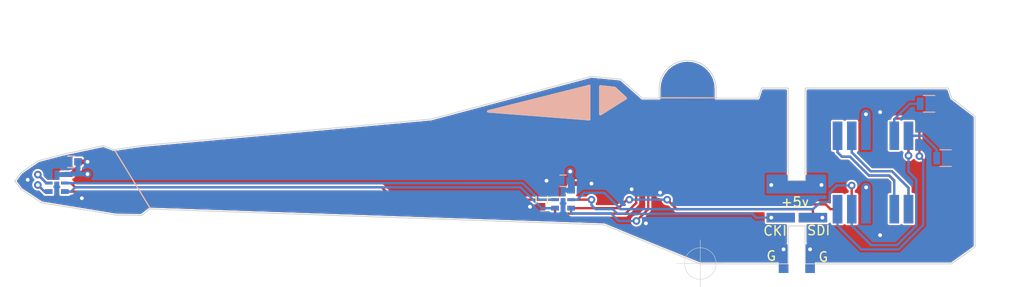
<source format=kicad_pcb>
(kicad_pcb (version 20171130) (host pcbnew "(5.1.5)-3")

  (general
    (thickness 1.6)
    (drawings 60)
    (tracks 196)
    (zones 0)
    (modules 20)
    (nets 21)
  )

  (page A4)
  (layers
    (0 F.Cu signal)
    (31 B.Cu signal hide)
    (34 B.Paste user)
    (35 F.Paste user)
    (36 B.SilkS user)
    (37 F.SilkS user)
    (38 B.Mask user)
    (39 F.Mask user)
    (40 Dwgs.User user)
    (44 Edge.Cuts user)
    (45 Margin user)
    (46 B.CrtYd user hide)
    (47 F.CrtYd user hide)
    (48 B.Fab user hide)
    (49 F.Fab user hide)
  )

  (setup
    (last_trace_width 0.25)
    (trace_clearance 0.2)
    (zone_clearance 0.1)
    (zone_45_only no)
    (trace_min 0.2)
    (via_size 0.8)
    (via_drill 0.4)
    (via_min_size 0.4)
    (via_min_drill 0.3)
    (uvia_size 0.3)
    (uvia_drill 0.1)
    (uvias_allowed no)
    (uvia_min_size 0.2)
    (uvia_min_drill 0.1)
    (edge_width 0.05)
    (segment_width 0.2)
    (pcb_text_width 0.3)
    (pcb_text_size 1.5 1.5)
    (mod_edge_width 0.12)
    (mod_text_size 1 1)
    (mod_text_width 0.15)
    (pad_size 0.8 0.8)
    (pad_drill 0.4)
    (pad_to_mask_clearance 0.051)
    (solder_mask_min_width 0.25)
    (aux_axis_origin 140.7 102.1)
    (grid_origin 140.7 102.1)
    (visible_elements 7FFFFF7F)
    (pcbplotparams
      (layerselection 0x010f0_ffffffff)
      (usegerberextensions false)
      (usegerberattributes false)
      (usegerberadvancedattributes false)
      (creategerberjobfile false)
      (excludeedgelayer true)
      (linewidth 0.100000)
      (plotframeref false)
      (viasonmask false)
      (mode 1)
      (useauxorigin false)
      (hpglpennumber 1)
      (hpglpenspeed 20)
      (hpglpendiameter 15.000000)
      (psnegative false)
      (psa4output false)
      (plotreference true)
      (plotvalue true)
      (plotinvisibletext false)
      (padsonsilk false)
      (subtractmaskfromsilk false)
      (outputformat 1)
      (mirror false)
      (drillshape 0)
      (scaleselection 1)
      (outputdirectory "Body Gerber/"))
  )

  (net 0 "")
  (net 1 +5V)
  (net 2 GND)
  (net 3 "Net-(D1-Pad3)")
  (net 4 "Net-(D1-Pad2)")
  (net 5 "Net-(D1-Pad4)")
  (net 6 "Net-(D1-Pad5)")
  (net 7 "Net-(D2-Pad2)")
  (net 8 "Net-(D2-Pad3)")
  (net 9 "Net-(D3-Pad3)")
  (net 10 "Net-(D3-Pad2)")
  (net 11 "Net-(D4-Pad2)")
  (net 12 "Net-(D4-Pad3)")
  (net 13 "Net-(J7-Pad5)")
  (net 14 "Net-(J7-Pad6)")
  (net 15 "Net-(J8-Pad5)")
  (net 16 "Net-(J8-Pad6)")
  (net 17 "Net-(J10-Pad6)")
  (net 18 "Net-(J10-Pad5)")
  (net 19 "Net-(J10-Pad1)")
  (net 20 "Net-(J10-Pad2)")

  (net_class Default "This is the default net class."
    (clearance 0.2)
    (trace_width 0.25)
    (via_dia 0.8)
    (via_drill 0.4)
    (uvia_dia 0.3)
    (uvia_drill 0.1)
    (add_net +5V)
    (add_net GND)
    (add_net "Net-(D1-Pad2)")
    (add_net "Net-(D1-Pad3)")
    (add_net "Net-(D1-Pad4)")
    (add_net "Net-(D1-Pad5)")
    (add_net "Net-(D2-Pad2)")
    (add_net "Net-(D2-Pad3)")
    (add_net "Net-(D3-Pad2)")
    (add_net "Net-(D3-Pad3)")
    (add_net "Net-(D4-Pad2)")
    (add_net "Net-(D4-Pad3)")
    (add_net "Net-(J10-Pad1)")
    (add_net "Net-(J10-Pad2)")
    (add_net "Net-(J10-Pad5)")
    (add_net "Net-(J10-Pad6)")
    (add_net "Net-(J7-Pad5)")
    (add_net "Net-(J7-Pad6)")
    (add_net "Net-(J8-Pad5)")
    (add_net "Net-(J8-Pad6)")
  )

  (module MyLib:APA102-2020 (layer F.Cu) (tedit 60024E60) (tstamp 5FFE9271)
    (at 126.2 95.35)
    (path /5FFE676D)
    (fp_text reference D1 (at 2.5 0.25) (layer F.SilkS) hide
      (effects (font (size 1 1) (thickness 0.15)))
    )
    (fp_text value APA102-2020 (at 2.5 -4.25) (layer F.Fab) hide
      (effects (font (size 1 1) (thickness 0.15)))
    )
    (fp_line (start -1.3 1.4) (end -1.3 -1.4) (layer F.CrtYd) (width 0.12))
    (fp_line (start 1.3 1.4) (end -1.3 1.4) (layer F.CrtYd) (width 0.12))
    (fp_line (start 1.3 -1.4) (end 1.3 1.4) (layer F.CrtYd) (width 0.12))
    (fp_line (start -1.3 -1.4) (end 1.3 -1.4) (layer F.CrtYd) (width 0.12))
    (pad 1 smd rect (at 0 -0.83) (size 0.5 1) (layers F.Cu F.Paste F.Mask)
      (net 1 +5V))
    (pad 6 smd rect (at 0 0.59) (size 0.5 1.48) (layers F.Cu F.Paste F.Mask)
      (net 2 GND))
    (pad 5 smd rect (at 0.85 0) (size 0.8 0.3) (layers F.Cu F.Paste F.Mask)
      (net 6 "Net-(D1-Pad5)"))
    (pad 4 smd rect (at 0.85 0.9) (size 0.8 0.5) (layers F.Cu F.Paste F.Mask)
      (net 5 "Net-(D1-Pad4)"))
    (pad 6 smd rect (at 0.85 -0.9) (size 0.8 0.5) (layers F.Cu F.Paste F.Mask)
      (net 2 GND))
    (pad 2 smd rect (at -0.85 0) (size 0.8 0.3) (layers F.Cu F.Paste F.Mask)
      (net 4 "Net-(D1-Pad2)"))
    (pad 3 smd rect (at -0.85 0.9) (size 0.8 0.5) (layers F.Cu F.Paste F.Mask)
      (net 3 "Net-(D1-Pad3)"))
    (pad 1 smd rect (at -0.85 -0.9) (size 0.8 0.5) (layers F.Cu F.Paste F.Mask)
      (net 1 +5V))
    (model "${KIPRJMOD}/Media/APA102-2020 v1.step"
      (offset (xyz -1 1 0))
      (scale (xyz 1 1 1))
      (rotate (xyz -90 0 0))
    )
  )

  (module MyLib:APA102-2020 (layer F.Cu) (tedit 60024E60) (tstamp 5FFD421C)
    (at 72.7 93.6)
    (path /60086CED)
    (fp_text reference D2 (at -2.25 0 180) (layer F.SilkS) hide
      (effects (font (size 1 1) (thickness 0.15)))
    )
    (fp_text value APA102-2020 (at 2.5 -4.25) (layer F.Fab)
      (effects (font (size 1 1) (thickness 0.15)))
    )
    (fp_line (start -1.3 1.4) (end -1.3 -1.4) (layer F.CrtYd) (width 0.12))
    (fp_line (start 1.3 1.4) (end -1.3 1.4) (layer F.CrtYd) (width 0.12))
    (fp_line (start 1.3 -1.4) (end 1.3 1.4) (layer F.CrtYd) (width 0.12))
    (fp_line (start -1.3 -1.4) (end 1.3 -1.4) (layer F.CrtYd) (width 0.12))
    (pad 1 smd rect (at 0 -0.83) (size 0.5 1) (layers F.Cu F.Paste F.Mask)
      (net 1 +5V))
    (pad 6 smd rect (at 0 0.59) (size 0.5 1.48) (layers F.Cu F.Paste F.Mask)
      (net 2 GND))
    (pad 5 smd rect (at 0.85 0) (size 0.8 0.3) (layers F.Cu F.Paste F.Mask)
      (net 4 "Net-(D1-Pad2)"))
    (pad 4 smd rect (at 0.85 0.9) (size 0.8 0.5) (layers F.Cu F.Paste F.Mask)
      (net 3 "Net-(D1-Pad3)"))
    (pad 6 smd rect (at 0.85 -0.9) (size 0.8 0.5) (layers F.Cu F.Paste F.Mask)
      (net 2 GND))
    (pad 2 smd rect (at -0.85 0) (size 0.8 0.3) (layers F.Cu F.Paste F.Mask)
      (net 7 "Net-(D2-Pad2)"))
    (pad 3 smd rect (at -0.85 0.9) (size 0.8 0.5) (layers F.Cu F.Paste F.Mask)
      (net 8 "Net-(D2-Pad3)"))
    (pad 1 smd rect (at -0.85 -0.9) (size 0.8 0.5) (layers F.Cu F.Paste F.Mask)
      (net 1 +5V))
    (model "${KIPRJMOD}/Media/APA102-2020 v1.step"
      (offset (xyz -1 1 0))
      (scale (xyz 1 1 1))
      (rotate (xyz -90 0 0))
    )
  )

  (module MyLib:APA102-2020 (layer B.Cu) (tedit 60024E60) (tstamp 5FFD422C)
    (at 72.7 93.6 180)
    (path /60087494)
    (fp_text reference D3 (at -2.5 2.5) (layer B.SilkS) hide
      (effects (font (size 1 1) (thickness 0.15)) (justify mirror))
    )
    (fp_text value APA102-2020 (at 2.5 4.25) (layer B.Fab)
      (effects (font (size 1 1) (thickness 0.15)) (justify mirror))
    )
    (fp_line (start -1.3 -1.4) (end -1.3 1.4) (layer B.CrtYd) (width 0.12))
    (fp_line (start 1.3 -1.4) (end -1.3 -1.4) (layer B.CrtYd) (width 0.12))
    (fp_line (start 1.3 1.4) (end 1.3 -1.4) (layer B.CrtYd) (width 0.12))
    (fp_line (start -1.3 1.4) (end 1.3 1.4) (layer B.CrtYd) (width 0.12))
    (pad 1 smd rect (at 0 0.83 180) (size 0.5 1) (layers B.Cu B.Paste B.Mask)
      (net 1 +5V))
    (pad 6 smd rect (at 0 -0.59 180) (size 0.5 1.48) (layers B.Cu B.Paste B.Mask)
      (net 2 GND))
    (pad 5 smd rect (at 0.85 0 180) (size 0.8 0.3) (layers B.Cu B.Paste B.Mask)
      (net 7 "Net-(D2-Pad2)"))
    (pad 4 smd rect (at 0.85 -0.9 180) (size 0.8 0.5) (layers B.Cu B.Paste B.Mask)
      (net 8 "Net-(D2-Pad3)"))
    (pad 6 smd rect (at 0.85 0.9 180) (size 0.8 0.5) (layers B.Cu B.Paste B.Mask)
      (net 2 GND))
    (pad 2 smd rect (at -0.85 0 180) (size 0.8 0.3) (layers B.Cu B.Paste B.Mask)
      (net 10 "Net-(D3-Pad2)"))
    (pad 3 smd rect (at -0.85 -0.9 180) (size 0.8 0.5) (layers B.Cu B.Paste B.Mask)
      (net 9 "Net-(D3-Pad3)"))
    (pad 1 smd rect (at -0.85 0.9 180) (size 0.8 0.5) (layers B.Cu B.Paste B.Mask)
      (net 1 +5V))
    (model "${KIPRJMOD}/Media/APA102-2020 v1.step"
      (offset (xyz -1 1 0))
      (scale (xyz 1 1 1))
      (rotate (xyz -90 0 0))
    )
  )

  (module MyLib:APA102-2020 (layer B.Cu) (tedit 60024E60) (tstamp 5FFD423C)
    (at 126.2 95.35 180)
    (path /60088061)
    (fp_text reference D4 (at 2.25 0) (layer B.SilkS) hide
      (effects (font (size 1 1) (thickness 0.15)) (justify mirror))
    )
    (fp_text value APA102-2020 (at 2.5 4.25) (layer B.Fab) hide
      (effects (font (size 1 1) (thickness 0.15)) (justify mirror))
    )
    (fp_line (start -1.3 -1.4) (end -1.3 1.4) (layer B.CrtYd) (width 0.12))
    (fp_line (start 1.3 -1.4) (end -1.3 -1.4) (layer B.CrtYd) (width 0.12))
    (fp_line (start 1.3 1.4) (end 1.3 -1.4) (layer B.CrtYd) (width 0.12))
    (fp_line (start -1.3 1.4) (end 1.3 1.4) (layer B.CrtYd) (width 0.12))
    (pad 1 smd rect (at 0 0.83 180) (size 0.5 1) (layers B.Cu B.Paste B.Mask)
      (net 1 +5V))
    (pad 6 smd rect (at 0 -0.59 180) (size 0.5 1.48) (layers B.Cu B.Paste B.Mask)
      (net 2 GND))
    (pad 5 smd rect (at 0.85 0 180) (size 0.8 0.3) (layers B.Cu B.Paste B.Mask)
      (net 10 "Net-(D3-Pad2)"))
    (pad 4 smd rect (at 0.85 -0.9 180) (size 0.8 0.5) (layers B.Cu B.Paste B.Mask)
      (net 9 "Net-(D3-Pad3)"))
    (pad 6 smd rect (at 0.85 0.9 180) (size 0.8 0.5) (layers B.Cu B.Paste B.Mask)
      (net 2 GND))
    (pad 2 smd rect (at -0.85 0 180) (size 0.8 0.3) (layers B.Cu B.Paste B.Mask)
      (net 11 "Net-(D4-Pad2)"))
    (pad 3 smd rect (at -0.85 -0.9 180) (size 0.8 0.5) (layers B.Cu B.Paste B.Mask)
      (net 12 "Net-(D4-Pad3)"))
    (pad 1 smd rect (at -0.85 0.9 180) (size 0.8 0.5) (layers B.Cu B.Paste B.Mask)
      (net 1 +5V))
    (model "${KIPRJMOD}/Media/APA102-2020 v1.step"
      (offset (xyz -1 1 0))
      (scale (xyz 1 1 1))
      (rotate (xyz -90 0 0))
    )
  )

  (module MyLib:6pin_bottom (layer F.Cu) (tedit 5FFD112E) (tstamp 5FFE7B38)
    (at 158.95 88.6 90)
    (path /601D0018)
    (fp_text reference J10 (at 0.25 6 180) (layer B.SilkS) hide
      (effects (font (size 1 1) (thickness 0.15)) (justify mirror))
    )
    (fp_text value 6pin_conn (at 0.5 5.25 90) (layer F.Fab)
      (effects (font (size 1 1) (thickness 0.15)))
    )
    (fp_line (start -1.75 -4.5) (end 1.75 -4.5) (layer F.CrtYd) (width 0.12))
    (fp_line (start 1.75 -4.5) (end 1.75 4.5) (layer F.CrtYd) (width 0.12))
    (fp_line (start 1.75 4.5) (end -1.75 4.5) (layer F.CrtYd) (width 0.12))
    (fp_line (start -1.75 4.5) (end -1.75 -4.5) (layer F.CrtYd) (width 0.12))
    (pad 1 smd rect (at 0 -3.75 90) (size 3 1) (layers *.Mask B.Cu B.Paste)
      (net 19 "Net-(J10-Pad1)"))
    (pad 2 smd rect (at 0 -2.25 90) (size 3 1) (layers *.Mask B.Cu B.Paste)
      (net 20 "Net-(J10-Pad2)"))
    (pad 4 smd rect (at 0 0.75 90) (size 3 1) (layers *.Mask B.Cu B.Paste)
      (net 2 GND))
    (pad 3 smd rect (at 0 -0.75 90) (size 3 1) (layers *.Mask B.Cu B.Paste)
      (net 1 +5V))
    (pad 5 smd rect (at 0 2.25 90) (size 3 1) (layers *.Mask B.Cu B.Paste)
      (net 18 "Net-(J10-Pad5)"))
    (pad 6 smd rect (at 0 3.75 90) (size 3 1) (layers *.Mask B.Cu B.Paste)
      (net 17 "Net-(J10-Pad6)"))
  )

  (module MyLib:6pin_bottom (layer F.Cu) (tedit 5FFD112E) (tstamp 5FFE7B1E)
    (at 158.95 96.35 90)
    (path /601DE00C)
    (fp_text reference J9 (at 0.25 5.5 180) (layer B.SilkS) hide
      (effects (font (size 1 1) (thickness 0.15)) (justify mirror))
    )
    (fp_text value 6pin_conn (at 0.5 5.25 90) (layer F.Fab)
      (effects (font (size 1 1) (thickness 0.15)))
    )
    (fp_line (start -1.75 -4.5) (end 1.75 -4.5) (layer F.CrtYd) (width 0.12))
    (fp_line (start 1.75 -4.5) (end 1.75 4.5) (layer F.CrtYd) (width 0.12))
    (fp_line (start 1.75 4.5) (end -1.75 4.5) (layer F.CrtYd) (width 0.12))
    (fp_line (start -1.75 4.5) (end -1.75 -4.5) (layer F.CrtYd) (width 0.12))
    (pad 1 smd rect (at 0 -3.75 90) (size 3 1) (layers *.Mask B.Cu B.Paste)
      (net 15 "Net-(J8-Pad5)"))
    (pad 2 smd rect (at 0 -2.25 90) (size 3 1) (layers *.Mask B.Cu B.Paste)
      (net 16 "Net-(J8-Pad6)"))
    (pad 4 smd rect (at 0 0.75 90) (size 3 1) (layers *.Mask B.Cu B.Paste)
      (net 2 GND))
    (pad 3 smd rect (at 0 -0.75 90) (size 3 1) (layers *.Mask B.Cu B.Paste)
      (net 1 +5V))
    (pad 5 smd rect (at 0 2.25 90) (size 3 1) (layers *.Mask B.Cu B.Paste)
      (net 19 "Net-(J10-Pad1)"))
    (pad 6 smd rect (at 0 3.75 90) (size 3 1) (layers *.Mask B.Cu B.Paste)
      (net 20 "Net-(J10-Pad2)"))
  )

  (module MyLib:6pin_top (layer F.Cu) (tedit 5FFD111B) (tstamp 5FFE7B04)
    (at 158.95 88.6 90)
    (path /601DDD2F)
    (fp_text reference J8 (at 0.5 -5.25 180) (layer F.SilkS) hide
      (effects (font (size 1 1) (thickness 0.15)))
    )
    (fp_text value 6pin_conn (at 0.5 5.25 90) (layer F.Fab)
      (effects (font (size 1 1) (thickness 0.15)))
    )
    (fp_line (start -1.75 -4.5) (end 1.75 -4.5) (layer F.CrtYd) (width 0.12))
    (fp_line (start 1.75 -4.5) (end 1.75 4.5) (layer F.CrtYd) (width 0.12))
    (fp_line (start 1.75 4.5) (end -1.75 4.5) (layer F.CrtYd) (width 0.12))
    (fp_line (start -1.75 4.5) (end -1.75 -4.5) (layer F.CrtYd) (width 0.12))
    (pad 1 smd rect (at 0 -3.75 90) (size 3 1) (layers F.Cu F.Paste F.Mask)
      (net 13 "Net-(J7-Pad5)"))
    (pad 2 smd rect (at 0 -2.25 90) (size 3 1) (layers F.Cu F.Paste F.Mask)
      (net 14 "Net-(J7-Pad6)"))
    (pad 4 smd rect (at 0 0.75 90) (size 3 1) (layers F.Cu F.Paste F.Mask)
      (net 2 GND))
    (pad 3 smd rect (at 0 -0.75 90) (size 3 1) (layers F.Cu F.Paste F.Mask)
      (net 1 +5V))
    (pad 5 smd rect (at 0 2.25 90) (size 3 1) (layers F.Cu F.Paste F.Mask)
      (net 15 "Net-(J8-Pad5)"))
    (pad 6 smd rect (at 0 3.75 90) (size 3 1) (layers F.Cu F.Paste F.Mask)
      (net 16 "Net-(J8-Pad6)"))
  )

  (module MyLib:6pin_top (layer F.Cu) (tedit 5FFD111B) (tstamp 5FFE7AEA)
    (at 158.95 96.35 90)
    (path /601D000E)
    (fp_text reference J7 (at 0.25 5.5 180) (layer F.SilkS) hide
      (effects (font (size 1 1) (thickness 0.15)))
    )
    (fp_text value 6pin_conn (at 0.5 5.25 90) (layer F.Fab)
      (effects (font (size 1 1) (thickness 0.15)))
    )
    (fp_line (start -1.75 -4.5) (end 1.75 -4.5) (layer F.CrtYd) (width 0.12))
    (fp_line (start 1.75 -4.5) (end 1.75 4.5) (layer F.CrtYd) (width 0.12))
    (fp_line (start 1.75 4.5) (end -1.75 4.5) (layer F.CrtYd) (width 0.12))
    (fp_line (start -1.75 4.5) (end -1.75 -4.5) (layer F.CrtYd) (width 0.12))
    (pad 1 smd rect (at 0 -3.75 90) (size 3 1) (layers F.Cu F.Paste F.Mask)
      (net 12 "Net-(D4-Pad3)"))
    (pad 2 smd rect (at 0 -2.25 90) (size 3 1) (layers F.Cu F.Paste F.Mask)
      (net 11 "Net-(D4-Pad2)"))
    (pad 4 smd rect (at 0 0.75 90) (size 3 1) (layers F.Cu F.Paste F.Mask)
      (net 2 GND))
    (pad 3 smd rect (at 0 -0.75 90) (size 3 1) (layers F.Cu F.Paste F.Mask)
      (net 1 +5V))
    (pad 5 smd rect (at 0 2.25 90) (size 3 1) (layers F.Cu F.Paste F.Mask)
      (net 13 "Net-(J7-Pad5)"))
    (pad 6 smd rect (at 0 3.75 90) (size 3 1) (layers F.Cu F.Paste F.Mask)
      (net 14 "Net-(J7-Pad6)"))
  )

  (module MyLib:Conn_1_Pin (layer F.Cu) (tedit 5FFE7008) (tstamp 5FFD32C6)
    (at 152.5 93.8 180)
    (path /601A6A08)
    (fp_text reference J12 (at 0 -1.5) (layer F.SilkS) hide
      (effects (font (size 1 1) (thickness 0.15)))
    )
    (fp_text value 1pin_conn (at 0 1.75) (layer F.Fab)
      (effects (font (size 1 1) (thickness 0.15)))
    )
    (fp_line (start -1.75 -0.75) (end 1.75 -0.75) (layer F.CrtYd) (width 0.12))
    (fp_line (start 1.75 -0.76) (end 1.75 0.72) (layer F.CrtYd) (width 0.12))
    (fp_line (start 1.75 0.72) (end -1.75 0.72) (layer F.CrtYd) (width 0.12))
    (fp_line (start -1.75 0.72) (end -1.75 -0.75) (layer F.CrtYd) (width 0.12))
    (pad 1 thru_hole circle (at -1 0 180) (size 0.8 0.8) (drill 0.4) (layers *.Cu *.Mask)
      (net 1 +5V))
    (pad 1 smd rect (at 0 0 180) (size 3 1) (layers F.Cu F.Paste F.Mask)
      (net 1 +5V))
    (pad 1 smd rect (at 0 0 180) (size 3 1) (layers *.Mask B.Cu B.Paste)
      (net 1 +5V))
  )

  (module MyLib:Conn_1_Pin (layer F.Cu) (tedit 5FFD12F5) (tstamp 5FFC43B4)
    (at 152.3 101.6 270)
    (path /601A64C4)
    (fp_text reference J11 (at 0.5 -1.5 90) (layer F.SilkS) hide
      (effects (font (size 1 1) (thickness 0.15)))
    )
    (fp_text value 1pin_conn (at 0 1.75 90) (layer F.Fab) hide
      (effects (font (size 1 1) (thickness 0.15)))
    )
    (fp_line (start -1.75 0.72) (end -1.75 -0.75) (layer F.CrtYd) (width 0.12))
    (fp_line (start 1.75 0.72) (end -1.75 0.72) (layer F.CrtYd) (width 0.12))
    (fp_line (start 1.75 -0.76) (end 1.75 0.72) (layer F.CrtYd) (width 0.12))
    (fp_line (start -1.75 -0.75) (end 1.75 -0.75) (layer F.CrtYd) (width 0.12))
    (pad 1 smd rect (at 0 0 270) (size 3 1) (layers *.Mask B.Cu B.Paste)
      (net 2 GND))
    (pad 1 smd rect (at 0 0 270) (size 3 1) (layers F.Cu F.Paste F.Mask)
      (net 2 GND))
    (pad 1 thru_hole circle (at -1 0 270) (size 0.8 0.8) (drill 0.4) (layers *.Cu *.Mask)
      (net 2 GND))
  )

  (module MyLib:Conn_1_Pin (layer F.Cu) (tedit 5FFD12F5) (tstamp 5FFDE69F)
    (at 149.5 101.6 270)
    (path /601A64C4)
    (fp_text reference J11 (at 0.5 -1.5 90) (layer F.SilkS) hide
      (effects (font (size 1 1) (thickness 0.15)))
    )
    (fp_text value 1pin_conn (at 0 1.75 90) (layer F.Fab) hide
      (effects (font (size 1 1) (thickness 0.15)))
    )
    (fp_line (start -1.75 0.72) (end -1.75 -0.75) (layer F.CrtYd) (width 0.12))
    (fp_line (start 1.75 0.72) (end -1.75 0.72) (layer F.CrtYd) (width 0.12))
    (fp_line (start 1.75 -0.76) (end 1.75 0.72) (layer F.CrtYd) (width 0.12))
    (fp_line (start -1.75 -0.75) (end 1.75 -0.75) (layer F.CrtYd) (width 0.12))
    (pad 1 smd rect (at 0 0 270) (size 3 1) (layers *.Mask B.Cu B.Paste)
      (net 2 GND))
    (pad 1 smd rect (at 0 0 270) (size 3 1) (layers F.Cu F.Paste F.Mask)
      (net 2 GND))
    (pad 1 thru_hole circle (at -1 0 270) (size 0.8 0.8) (drill 0.4) (layers *.Cu *.Mask)
      (net 2 GND))
  )

  (module MyLib:Conn_1_Pin (layer F.Cu) (tedit 5FFD12F5) (tstamp 5FFDE6AB)
    (at 149.2 93.8)
    (path /601A6A08)
    (fp_text reference J12 (at 0 -1.5) (layer F.SilkS) hide
      (effects (font (size 1 1) (thickness 0.15)))
    )
    (fp_text value 1pin_conn (at 0 1.75) (layer F.Fab)
      (effects (font (size 1 1) (thickness 0.15)))
    )
    (fp_line (start -1.75 0.72) (end -1.75 -0.75) (layer F.CrtYd) (width 0.12))
    (fp_line (start 1.75 0.72) (end -1.75 0.72) (layer F.CrtYd) (width 0.12))
    (fp_line (start 1.75 -0.76) (end 1.75 0.72) (layer F.CrtYd) (width 0.12))
    (fp_line (start -1.75 -0.75) (end 1.75 -0.75) (layer F.CrtYd) (width 0.12))
    (pad 1 smd rect (at 0 0) (size 3 1) (layers *.Mask B.Cu B.Paste)
      (net 1 +5V))
    (pad 1 smd rect (at 0 0) (size 3 1) (layers F.Cu F.Paste F.Mask)
      (net 1 +5V))
    (pad 1 thru_hole circle (at -1 0) (size 0.8 0.8) (drill 0.4) (layers *.Cu *.Mask)
      (net 1 +5V))
  )

  (module MyLib:Conn_1_Pin (layer F.Cu) (tedit 5FFD12F5) (tstamp 5FFD36CD)
    (at 149.2 97.25)
    (path /6019FFA1)
    (fp_text reference J13 (at -0.6 1.7) (layer F.SilkS) hide
      (effects (font (size 1 1) (thickness 0.15)))
    )
    (fp_text value 1pin_conn (at 0 1.75) (layer F.Fab) hide
      (effects (font (size 1 1) (thickness 0.15)))
    )
    (fp_line (start -1.75 0.72) (end -1.75 -0.75) (layer F.CrtYd) (width 0.12))
    (fp_line (start 1.75 0.72) (end -1.75 0.72) (layer F.CrtYd) (width 0.12))
    (fp_line (start 1.75 -0.76) (end 1.75 0.72) (layer F.CrtYd) (width 0.12))
    (fp_line (start -1.75 -0.75) (end 1.75 -0.75) (layer F.CrtYd) (width 0.12))
    (pad 1 smd rect (at 0 0) (size 3 1) (layers *.Mask B.Cu B.Paste)
      (net 6 "Net-(D1-Pad5)"))
    (pad 1 smd rect (at 0 0) (size 3 1) (layers F.Cu F.Paste F.Mask)
      (net 6 "Net-(D1-Pad5)"))
    (pad 1 thru_hole circle (at -1 0) (size 0.8 0.8) (drill 0.4) (layers *.Cu *.Mask)
      (net 6 "Net-(D1-Pad5)"))
  )

  (module MyLib:Conn_1_Pin (layer F.Cu) (tedit 5FFD12F5) (tstamp 5FFD36AF)
    (at 152.6 97.25 180)
    (path /601A5126)
    (fp_text reference J14 (at -0.7 -1.6) (layer F.SilkS) hide
      (effects (font (size 1 1) (thickness 0.15)))
    )
    (fp_text value 1pin_conn (at 0 1.75) (layer F.Fab) hide
      (effects (font (size 1 1) (thickness 0.15)))
    )
    (fp_line (start -1.75 0.72) (end -1.75 -0.75) (layer F.CrtYd) (width 0.12))
    (fp_line (start 1.75 0.72) (end -1.75 0.72) (layer F.CrtYd) (width 0.12))
    (fp_line (start 1.75 -0.76) (end 1.75 0.72) (layer F.CrtYd) (width 0.12))
    (fp_line (start -1.75 -0.75) (end 1.75 -0.75) (layer F.CrtYd) (width 0.12))
    (pad 1 smd rect (at 0 0 180) (size 3 1) (layers *.Mask B.Cu B.Paste)
      (net 5 "Net-(D1-Pad4)"))
    (pad 1 smd rect (at 0 0 180) (size 3 1) (layers F.Cu F.Paste F.Mask)
      (net 5 "Net-(D1-Pad4)"))
    (pad 1 thru_hole circle (at -1 0 180) (size 0.8 0.8) (drill 0.4) (layers *.Cu *.Mask)
      (net 5 "Net-(D1-Pad4)"))
  )

  (module Capacitors_SMD:C_0603 (layer F.Cu) (tedit 59958EE7) (tstamp 5FFE911D)
    (at 123.95 95.35 270)
    (descr "Capacitor SMD 0603, reflow soldering, AVX (see smccp.pdf)")
    (tags "capacitor 0603")
    (path /5FFEA22E)
    (attr smd)
    (fp_text reference C1 (at 0 1.5 90) (layer F.SilkS) hide
      (effects (font (size 1 1) (thickness 0.15)))
    )
    (fp_text value .1uF (at 0 1.5 90) (layer F.Fab) hide
      (effects (font (size 1 1) (thickness 0.15)))
    )
    (fp_line (start 1.4 0.65) (end -1.4 0.65) (layer F.CrtYd) (width 0.05))
    (fp_line (start 1.4 0.65) (end 1.4 -0.65) (layer F.CrtYd) (width 0.05))
    (fp_line (start -1.4 -0.65) (end -1.4 0.65) (layer F.CrtYd) (width 0.05))
    (fp_line (start -1.4 -0.65) (end 1.4 -0.65) (layer F.CrtYd) (width 0.05))
    (fp_line (start 0.35 0.6) (end -0.35 0.6) (layer F.SilkS) (width 0.12))
    (fp_line (start -0.35 -0.6) (end 0.35 -0.6) (layer F.SilkS) (width 0.12))
    (fp_line (start -0.8 -0.4) (end 0.8 -0.4) (layer F.Fab) (width 0.1))
    (fp_line (start 0.8 -0.4) (end 0.8 0.4) (layer F.Fab) (width 0.1))
    (fp_line (start 0.8 0.4) (end -0.8 0.4) (layer F.Fab) (width 0.1))
    (fp_line (start -0.8 0.4) (end -0.8 -0.4) (layer F.Fab) (width 0.1))
    (fp_text user %R (at 0 0 90) (layer F.Fab) hide
      (effects (font (size 0.3 0.3) (thickness 0.075)))
    )
    (pad 2 smd rect (at 0.75 0 270) (size 0.8 0.75) (layers F.Cu F.Paste F.Mask)
      (net 2 GND))
    (pad 1 smd rect (at -0.75 0 270) (size 0.8 0.75) (layers F.Cu F.Paste F.Mask)
      (net 1 +5V))
    (model Capacitors_SMD.3dshapes/C_0603.wrl
      (at (xyz 0 0 0))
      (scale (xyz 1 1 1))
      (rotate (xyz 0 0 0))
    )
  )

  (module Capacitors_SMD:C_0603 (layer F.Cu) (tedit 59958EE7) (tstamp 5FFE8DD5)
    (at 74.2 91.35)
    (descr "Capacitor SMD 0603, reflow soldering, AVX (see smccp.pdf)")
    (tags "capacitor 0603")
    (path /600B38DB)
    (attr smd)
    (fp_text reference C2 (at -2.25 0) (layer F.SilkS) hide
      (effects (font (size 1 1) (thickness 0.15)))
    )
    (fp_text value .1uF (at 0 1.5) (layer F.Fab)
      (effects (font (size 1 1) (thickness 0.15)))
    )
    (fp_line (start 1.4 0.65) (end -1.4 0.65) (layer F.CrtYd) (width 0.05))
    (fp_line (start 1.4 0.65) (end 1.4 -0.65) (layer F.CrtYd) (width 0.05))
    (fp_line (start -1.4 -0.65) (end -1.4 0.65) (layer F.CrtYd) (width 0.05))
    (fp_line (start -1.4 -0.65) (end 1.4 -0.65) (layer F.CrtYd) (width 0.05))
    (fp_line (start 0.35 0.6) (end -0.35 0.6) (layer F.SilkS) (width 0.12))
    (fp_line (start -0.35 -0.6) (end 0.35 -0.6) (layer F.SilkS) (width 0.12))
    (fp_line (start -0.8 -0.4) (end 0.8 -0.4) (layer F.Fab) (width 0.1))
    (fp_line (start 0.8 -0.4) (end 0.8 0.4) (layer F.Fab) (width 0.1))
    (fp_line (start 0.8 0.4) (end -0.8 0.4) (layer F.Fab) (width 0.1))
    (fp_line (start -0.8 0.4) (end -0.8 -0.4) (layer F.Fab) (width 0.1))
    (fp_text user %R (at 0 0) (layer F.Fab)
      (effects (font (size 0.3 0.3) (thickness 0.075)))
    )
    (pad 2 smd rect (at 0.75 0) (size 0.8 0.75) (layers F.Cu F.Paste F.Mask)
      (net 2 GND))
    (pad 1 smd rect (at -0.75 0) (size 0.8 0.75) (layers F.Cu F.Paste F.Mask)
      (net 1 +5V))
    (model Capacitors_SMD.3dshapes/C_0603.wrl
      (at (xyz 0 0 0))
      (scale (xyz 1 1 1))
      (rotate (xyz 0 0 0))
    )
  )

  (module Capacitors_SMD:C_0603 (layer B.Cu) (tedit 59958EE7) (tstamp 5FFD40DB)
    (at 74.2 91.35 180)
    (descr "Capacitor SMD 0603, reflow soldering, AVX (see smccp.pdf)")
    (tags "capacitor 0603")
    (path /600B4B12)
    (attr smd)
    (fp_text reference C3 (at 0 1.5 180) (layer B.SilkS) hide
      (effects (font (size 1 1) (thickness 0.15)) (justify mirror))
    )
    (fp_text value .1uF (at 0 -1.5 180) (layer B.Fab)
      (effects (font (size 1 1) (thickness 0.15)) (justify mirror))
    )
    (fp_text user %R (at 0 0 180) (layer B.Fab)
      (effects (font (size 0.3 0.3) (thickness 0.075)) (justify mirror))
    )
    (fp_line (start -0.8 -0.4) (end -0.8 0.4) (layer B.Fab) (width 0.1))
    (fp_line (start 0.8 -0.4) (end -0.8 -0.4) (layer B.Fab) (width 0.1))
    (fp_line (start 0.8 0.4) (end 0.8 -0.4) (layer B.Fab) (width 0.1))
    (fp_line (start -0.8 0.4) (end 0.8 0.4) (layer B.Fab) (width 0.1))
    (fp_line (start -0.35 0.6) (end 0.35 0.6) (layer B.SilkS) (width 0.12))
    (fp_line (start 0.35 -0.6) (end -0.35 -0.6) (layer B.SilkS) (width 0.12))
    (fp_line (start -1.4 0.65) (end 1.4 0.65) (layer B.CrtYd) (width 0.05))
    (fp_line (start -1.4 0.65) (end -1.4 -0.65) (layer B.CrtYd) (width 0.05))
    (fp_line (start 1.4 -0.65) (end 1.4 0.65) (layer B.CrtYd) (width 0.05))
    (fp_line (start 1.4 -0.65) (end -1.4 -0.65) (layer B.CrtYd) (width 0.05))
    (pad 1 smd rect (at -0.75 0 180) (size 0.8 0.75) (layers B.Cu B.Paste B.Mask)
      (net 1 +5V))
    (pad 2 smd rect (at 0.75 0 180) (size 0.8 0.75) (layers B.Cu B.Paste B.Mask)
      (net 2 GND))
    (model Capacitors_SMD.3dshapes/C_0603.wrl
      (at (xyz 0 0 0))
      (scale (xyz 1 1 1))
      (rotate (xyz 0 0 0))
    )
  )

  (module Capacitors_SMD:C_0603 (layer B.Cu) (tedit 59958EE7) (tstamp 5FFD40EC)
    (at 126.2 93.35 180)
    (descr "Capacitor SMD 0603, reflow soldering, AVX (see smccp.pdf)")
    (tags "capacitor 0603")
    (path /600B4B35)
    (attr smd)
    (fp_text reference C4 (at 0 -1.75 180) (layer B.SilkS) hide
      (effects (font (size 1 1) (thickness 0.15)) (justify mirror))
    )
    (fp_text value .1uF (at 0 -1.5 180) (layer B.Fab) hide
      (effects (font (size 1 1) (thickness 0.15)) (justify mirror))
    )
    (fp_line (start 1.4 -0.65) (end -1.4 -0.65) (layer B.CrtYd) (width 0.05))
    (fp_line (start 1.4 -0.65) (end 1.4 0.65) (layer B.CrtYd) (width 0.05))
    (fp_line (start -1.4 0.65) (end -1.4 -0.65) (layer B.CrtYd) (width 0.05))
    (fp_line (start -1.4 0.65) (end 1.4 0.65) (layer B.CrtYd) (width 0.05))
    (fp_line (start 0.35 -0.6) (end -0.35 -0.6) (layer B.SilkS) (width 0.12))
    (fp_line (start -0.35 0.6) (end 0.35 0.6) (layer B.SilkS) (width 0.12))
    (fp_line (start -0.8 0.4) (end 0.8 0.4) (layer B.Fab) (width 0.1))
    (fp_line (start 0.8 0.4) (end 0.8 -0.4) (layer B.Fab) (width 0.1))
    (fp_line (start 0.8 -0.4) (end -0.8 -0.4) (layer B.Fab) (width 0.1))
    (fp_line (start -0.8 -0.4) (end -0.8 0.4) (layer B.Fab) (width 0.1))
    (fp_text user %R (at 0 0 180) (layer B.Fab) hide
      (effects (font (size 0.3 0.3) (thickness 0.075)) (justify mirror))
    )
    (pad 2 smd rect (at 0.75 0 180) (size 0.8 0.75) (layers B.Cu B.Paste B.Mask)
      (net 2 GND))
    (pad 1 smd rect (at -0.75 0 180) (size 0.8 0.75) (layers B.Cu B.Paste B.Mask)
      (net 1 +5V))
    (model Capacitors_SMD.3dshapes/C_0603.wrl
      (at (xyz 0 0 0))
      (scale (xyz 1 1 1))
      (rotate (xyz 0 0 0))
    )
  )

  (module Resistors_SMD:R_0805 (layer B.Cu) (tedit 58E0A804) (tstamp 5FFD441D)
    (at 166.62 90.96)
    (descr "Resistor SMD 0805, reflow soldering, Vishay (see dcrcw.pdf)")
    (tags "resistor 0805")
    (path /6029802D)
    (attr smd)
    (fp_text reference R1 (at 2.25 0) (layer B.SilkS) hide
      (effects (font (size 1 1) (thickness 0.15)) (justify mirror))
    )
    (fp_text value R_Small_US (at 0 -1.75) (layer B.Fab)
      (effects (font (size 1 1) (thickness 0.15)) (justify mirror))
    )
    (fp_text user %R (at 0 0) (layer B.Fab)
      (effects (font (size 0.5 0.5) (thickness 0.075)) (justify mirror))
    )
    (fp_line (start -1 -0.62) (end -1 0.62) (layer B.Fab) (width 0.1))
    (fp_line (start 1 -0.62) (end -1 -0.62) (layer B.Fab) (width 0.1))
    (fp_line (start 1 0.62) (end 1 -0.62) (layer B.Fab) (width 0.1))
    (fp_line (start -1 0.62) (end 1 0.62) (layer B.Fab) (width 0.1))
    (fp_line (start 0.6 -0.88) (end -0.6 -0.88) (layer B.SilkS) (width 0.12))
    (fp_line (start -0.6 0.88) (end 0.6 0.88) (layer B.SilkS) (width 0.12))
    (fp_line (start -1.55 0.9) (end 1.55 0.9) (layer B.CrtYd) (width 0.05))
    (fp_line (start -1.55 0.9) (end -1.55 -0.9) (layer B.CrtYd) (width 0.05))
    (fp_line (start 1.55 -0.9) (end 1.55 0.9) (layer B.CrtYd) (width 0.05))
    (fp_line (start 1.55 -0.9) (end -1.55 -0.9) (layer B.CrtYd) (width 0.05))
    (pad 1 smd rect (at -0.95 0) (size 0.7 1.3) (layers B.Cu B.Paste B.Mask)
      (net 17 "Net-(J10-Pad6)"))
    (pad 2 smd rect (at 0.95 0) (size 0.7 1.3) (layers B.Cu B.Paste B.Mask)
      (net 2 GND))
    (model ${KISYS3DMOD}/Resistors_SMD.3dshapes/R_0805.wrl
      (at (xyz 0 0 0))
      (scale (xyz 1 1 1))
      (rotate (xyz 0 0 0))
    )
  )

  (module Resistors_SMD:R_0805 (layer B.Cu) (tedit 58E0A804) (tstamp 5FFD442E)
    (at 164.88 85.22)
    (descr "Resistor SMD 0805, reflow soldering, Vishay (see dcrcw.pdf)")
    (tags "resistor 0805")
    (path /602996C7)
    (attr smd)
    (fp_text reference R2 (at 2.5 0) (layer B.SilkS) hide
      (effects (font (size 1 1) (thickness 0.15)) (justify mirror))
    )
    (fp_text value R_Small_US (at 0 -1.75) (layer B.Fab)
      (effects (font (size 1 1) (thickness 0.15)) (justify mirror))
    )
    (fp_line (start 1.55 -0.9) (end -1.55 -0.9) (layer B.CrtYd) (width 0.05))
    (fp_line (start 1.55 -0.9) (end 1.55 0.9) (layer B.CrtYd) (width 0.05))
    (fp_line (start -1.55 0.9) (end -1.55 -0.9) (layer B.CrtYd) (width 0.05))
    (fp_line (start -1.55 0.9) (end 1.55 0.9) (layer B.CrtYd) (width 0.05))
    (fp_line (start -0.6 0.88) (end 0.6 0.88) (layer B.SilkS) (width 0.12))
    (fp_line (start 0.6 -0.88) (end -0.6 -0.88) (layer B.SilkS) (width 0.12))
    (fp_line (start -1 0.62) (end 1 0.62) (layer B.Fab) (width 0.1))
    (fp_line (start 1 0.62) (end 1 -0.62) (layer B.Fab) (width 0.1))
    (fp_line (start 1 -0.62) (end -1 -0.62) (layer B.Fab) (width 0.1))
    (fp_line (start -1 -0.62) (end -1 0.62) (layer B.Fab) (width 0.1))
    (fp_text user %R (at 0 0) (layer B.Fab)
      (effects (font (size 0.5 0.5) (thickness 0.075)) (justify mirror))
    )
    (pad 2 smd rect (at 0.95 0) (size 0.7 1.3) (layers B.Cu B.Paste B.Mask)
      (net 2 GND))
    (pad 1 smd rect (at -0.95 0) (size 0.7 1.3) (layers B.Cu B.Paste B.Mask)
      (net 18 "Net-(J10-Pad5)"))
    (model ${KISYS3DMOD}/Resistors_SMD.3dshapes/R_0805.wrl
      (at (xyz 0 0 0))
      (scale (xyz 1 1 1))
      (rotate (xyz 0 0 0))
    )
  )

  (gr_line (start 78.8 90.1) (end 82.6 96.3) (layer B.SilkS) (width 0.12) (tstamp 600BA601))
  (dimension 21.51 (width 0.15) (layer Dwgs.User)
    (gr_text "21.510 mm" (at 173.56 91.375 270) (layer Dwgs.User)
      (effects (font (size 1 1) (thickness 0.15)))
    )
    (feature1 (pts (xy 171 102.13) (xy 172.846421 102.13)))
    (feature2 (pts (xy 171 80.62) (xy 172.846421 80.62)))
    (crossbar (pts (xy 172.26 80.62) (xy 172.26 102.13)))
    (arrow1a (pts (xy 172.26 102.13) (xy 171.673579 101.003496)))
    (arrow1b (pts (xy 172.26 102.13) (xy 172.846421 101.003496)))
    (arrow2a (pts (xy 172.26 80.62) (xy 171.673579 81.746504)))
    (arrow2b (pts (xy 172.26 80.62) (xy 172.846421 81.746504)))
  )
  (gr_line (start 167.24 102.13) (end 171 102.13) (layer Dwgs.User) (width 0.15))
  (gr_line (start 139.37 80.62) (end 171 80.62) (layer Dwgs.User) (width 0.15))
  (dimension 101.450002 (width 0.15) (layer Dwgs.User)
    (gr_text "101.450 mm" (at 119.006585 74.950036 359.9887046) (layer Dwgs.User)
      (effects (font (size 1 1) (thickness 0.15)))
    )
    (feature1 (pts (xy 169.73 83) (xy 169.731444 75.673615)))
    (feature2 (pts (xy 68.28 82.98) (xy 68.281444 75.653615)))
    (crossbar (pts (xy 68.281329 76.240036) (xy 169.731329 76.260036)))
    (arrow1a (pts (xy 169.731329 76.260036) (xy 168.60471 76.846235)))
    (arrow1b (pts (xy 169.731329 76.260036) (xy 168.604941 75.673393)))
    (arrow2a (pts (xy 68.281329 76.240036) (xy 69.407717 76.826679)))
    (arrow2b (pts (xy 68.281329 76.240036) (xy 69.407948 75.653837)))
  )
  (gr_line (start 169.73 86.54) (end 169.73 83) (layer Dwgs.User) (width 0.15))
  (gr_line (start 68.28 93.38) (end 68.28 83) (layer Dwgs.User) (width 0.15))
  (gr_line (start 136.36 84.59) (end 142.38 84.6) (layer B.SilkS) (width 0.12) (tstamp 5FFD3612))
  (gr_line (start 136.4 84.6) (end 142.4 84.6) (layer F.SilkS) (width 0.12) (tstamp 5FFD361E))
  (gr_line (start 78.8 90.1) (end 82.6 96.3) (layer F.SilkS) (width 0.12))
  (target plus (at 140.7 102.1) (size 5) (width 0.05) (layer Edge.Cuts))
  (gr_line (start 151.785304 83.551918) (end 151.785304 93.324918) (layer Edge.Cuts) (width 0.1) (tstamp 5FFD355B))
  (gr_line (start 149.473641 83.551919) (end 149.985304 83.551919) (layer Edge.Cuts) (width 0.1))
  (gr_line (start 136.358889 84.632331) (end 136.358889 83.632331) (layer Edge.Cuts) (width 0.1) (tstamp 5FFD3615))
  (gr_arc (start 139.358889 83.63233) (end 142.358889 83.63233) (angle -180) (layer Edge.Cuts) (width 0.1) (tstamp 5FFD3618))
  (gr_line (start 147.178863 83.551913) (end 149.473641 83.551919) (layer Edge.Cuts) (width 0.1))
  (gr_line (start 146.818693 84.632327) (end 147.178863 83.551913) (layer Edge.Cuts) (width 0.1))
  (gr_line (start 142.358889 83.63233) (end 142.358889 84.632327) (layer Edge.Cuts) (width 0.1))
  (gr_line (start 142.358889 84.632327) (end 146.818693 84.632327) (layer Edge.Cuts) (width 0.1))
  (gr_line (start 134.569672 84.632333) (end 136.358889 84.632331) (layer Edge.Cuts) (width 0.1) (tstamp 5FFD361B))
  (gr_line (start 149.985304 93.324918) (end 151.785304 93.324918) (layer Edge.Cuts) (width 0.1))
  (gr_line (start 149.985304 83.551919) (end 149.985304 93.324918) (layer Edge.Cuts) (width 0.1))
  (gr_line (start 133.588804 99.264874) (end 130.55 98) (layer Edge.Cuts) (width 0.1))
  (gr_line (start 82.531813 96.332493) (end 81.653648 96.99989) (layer Edge.Cuts) (width 0.1))
  (gr_line (start 130.55 98) (end 82.531813 96.332493) (layer Edge.Cuts) (width 0.1))
  (gr_line (start 68.939656 92.490869) (end 70.745396 91.246499) (layer Edge.Cuts) (width 0.1))
  (gr_line (start 68.939656 94.262172) (end 68.265235 93.376521) (layer Edge.Cuts) (width 0.1))
  (gr_line (start 81.653648 96.99989) (end 78.979298 96.969013) (layer Edge.Cuts) (width 0.1))
  (gr_line (start 71.1 95.675) (end 68.939656 94.262172) (layer Edge.Cuts) (width 0.1))
  (gr_line (start 68.265235 93.376521) (end 68.939656 92.490869) (layer Edge.Cuts) (width 0.1))
  (gr_line (start 78.979298 96.969013) (end 71.1 95.675) (layer Edge.Cuts) (width 0.1))
  (gr_line (start 151.785305 102.125328) (end 151.785305 98.125328) (layer Edge.Cuts) (width 0.1))
  (gr_line (start 152.294851 102.125328) (end 151.785305 102.125328) (layer Edge.Cuts) (width 0.1))
  (gr_line (start 169.730499 86.526075) (end 169.730505 100.34229) (layer Edge.Cuts) (width 0.1))
  (gr_line (start 169.730505 100.34229) (end 167.250618 102.125322) (layer Edge.Cuts) (width 0.1))
  (gr_line (start 166.893409 83.551912) (end 167.253603 84.63232) (layer Edge.Cuts) (width 0.1))
  (gr_line (start 152.299078 83.551918) (end 166.893409 83.551912) (layer Edge.Cuts) (width 0.1))
  (gr_line (start 140.662436 102.125329) (end 133.588804 99.264874) (layer Edge.Cuts) (width 0.1))
  (gr_line (start 149.985305 98.125328) (end 149.985305 102.125328) (layer Edge.Cuts) (width 0.1))
  (gr_line (start 149.985305 102.125328) (end 140.662436 102.125329) (layer Edge.Cuts) (width 0.1))
  (gr_line (start 167.250618 102.125322) (end 152.294851 102.125328) (layer Edge.Cuts) (width 0.1))
  (gr_line (start 167.253603 84.63232) (end 169.730499 86.526075) (layer Edge.Cuts) (width 0.1))
  (gr_line (start 151.785304 83.551918) (end 152.299078 83.551918) (layer Edge.Cuts) (width 0.1))
  (gr_line (start 151.785305 98.125328) (end 149.985305 98.125328) (layer Edge.Cuts) (width 0.1))
  (gr_line (start 73.274461 90.579102) (end 77.621103 89.644578) (layer Edge.Cuts) (width 0.1))
  (gr_line (start 131.21146 82.519639) (end 132.295547 82.625086) (layer Edge.Cuts) (width 0.1))
  (gr_line (start 129.189838 82.323) (end 131.21146 82.519639) (layer Edge.Cuts) (width 0.1))
  (gr_line (start 123.269782 83.900181) (end 129.189838 82.323) (layer Edge.Cuts) (width 0.1) (tstamp 5FFD3621))
  (gr_line (start 78.745124 90.066096) (end 81.723904 89.635221) (layer Edge.Cuts) (width 0.1))
  (gr_line (start 70.745396 91.246499) (end 73.274461 90.579102) (layer Edge.Cuts) (width 0.1))
  (gr_line (start 132.295547 82.625086) (end 133.77586 83.931678) (layer Edge.Cuts) (width 0.1) (tstamp 5FFD3624))
  (gr_line (start 133.77586 83.931678) (end 134.569672 84.632333) (layer Edge.Cuts) (width 0.1) (tstamp 5FFD3627))
  (gr_line (start 112.22997 86.841332) (end 123.269782 83.900181) (layer Edge.Cuts) (width 0.1) (tstamp 5FFD362A))
  (gr_line (start 81.723904 89.635221) (end 112.22997 86.841332) (layer Edge.Cuts) (width 0.1))
  (gr_line (start 77.621103 89.644578) (end 78.745124 90.066096) (layer Edge.Cuts) (width 0.1))
  (gr_text CKI (at 148.6 98.65) (layer F.SilkS) (tstamp 5FFD36A3)
    (effects (font (size 1 1) (thickness 0.15)))
  )
  (gr_text SDI (at 153.2 98.6) (layer F.SilkS) (tstamp 5FFD36E4)
    (effects (font (size 1 1) (thickness 0.15)))
  )
  (gr_text +5v (at 150.7 95.6) (layer F.SilkS) (tstamp 5FFD33C7)
    (effects (font (size 1 1) (thickness 0.15)))
  )
  (gr_text G (at 148.2 101.3) (layer F.SilkS) (tstamp 5FFD321A)
    (effects (font (size 1 1) (thickness 0.15)))
  )
  (gr_text G (at 153.7 101.4) (layer F.SilkS)
    (effects (font (size 1 1) (thickness 0.15)))
  )

  (segment (start 125.2 94.6) (end 125.35 94.45) (width 0.25) (layer F.Cu) (net 1))
  (segment (start 123.95 94.6) (end 125.2 94.6) (width 0.25) (layer F.Cu) (net 1))
  (segment (start 126.13 94.45) (end 126.2 94.52) (width 0.25) (layer F.Cu) (net 1))
  (segment (start 125.35 94.45) (end 126.13 94.45) (width 0.25) (layer F.Cu) (net 1))
  (segment (start 72.7 92.1) (end 73.45 91.35) (width 0.5) (layer F.Cu) (net 1))
  (segment (start 72.7 92.77) (end 72.7 92.1) (width 0.5) (layer F.Cu) (net 1))
  (segment (start 72.63 92.7) (end 72.7 92.77) (width 0.25) (layer F.Cu) (net 1))
  (segment (start 71.85 92.7) (end 72.63 92.7) (width 0.5) (layer F.Cu) (net 1))
  (segment (start 73.6 92.65) (end 73.55 92.7) (width 0.25) (layer B.Cu) (net 1))
  (via (at 75.95 92.65) (size 0.8) (drill 0.4) (layers F.Cu B.Cu) (net 1))
  (segment (start 74.95 91.35) (end 74.95 91.65) (width 0.5) (layer B.Cu) (net 1))
  (segment (start 74.95 91.35) (end 74.95 91.975) (width 0.5) (layer B.Cu) (net 1))
  (segment (start 74.95 92.55) (end 74.85 92.65) (width 0.25) (layer B.Cu) (net 1))
  (segment (start 75.95 92.65) (end 74.85 92.65) (width 0.5) (layer B.Cu) (net 1))
  (segment (start 74.95 91.975) (end 74.95 92.55) (width 0.5) (layer B.Cu) (net 1))
  (segment (start 74.85 92.65) (end 73.6 92.65) (width 0.5) (layer B.Cu) (net 1))
  (segment (start 72.77 92.7) (end 72.7 92.77) (width 0.25) (layer B.Cu) (net 1))
  (segment (start 73.55 92.7) (end 72.77 92.7) (width 0.5) (layer B.Cu) (net 1))
  (via (at 126.95 92.375) (size 0.8) (drill 0.4) (layers F.Cu B.Cu) (net 1) (tstamp 5FFEA583))
  (segment (start 126.95 93.35) (end 126.95 92.375) (width 0.5) (layer B.Cu) (net 1))
  (segment (start 126.2 94.52) (end 126.2 94.35) (width 0.25) (layer B.Cu) (net 1))
  (segment (start 126.3 94.45) (end 127.05 94.45) (width 0.25) (layer B.Cu) (net 1))
  (segment (start 126.2 94.35) (end 126.3 94.45) (width 0.25) (layer B.Cu) (net 1))
  (via (at 158.225 94.05) (size 0.8) (drill 0.4) (layers F.Cu B.Cu) (net 1))
  (segment (start 158.2 96.35) (end 158.2 94.075) (width 1) (layer B.Cu) (net 1))
  (segment (start 158.2 94.075) (end 158.225 94.05) (width 0.25) (layer B.Cu) (net 1))
  (via (at 158.2 86.325) (size 0.8) (drill 0.4) (layers F.Cu B.Cu) (net 1))
  (segment (start 158.2 88.6) (end 158.2 86.325) (width 1) (layer B.Cu) (net 1))
  (via (at 129.2 93.65) (size 0.8) (drill 0.4) (layers F.Cu B.Cu) (net 2))
  (via (at 122.7 96.1) (size 0.8) (drill 0.4) (layers F.Cu B.Cu) (net 2) (tstamp 5FFE96F4))
  (via (at 124.45 93.35) (size 0.8) (drill 0.4) (layers F.Cu B.Cu) (net 2) (tstamp 5FFE96F6))
  (segment (start 125.45 93.35) (end 124.45 93.35) (width 0.5) (layer B.Cu) (net 2))
  (segment (start 123.95 96.1) (end 122.7 96.1) (width 0.5) (layer F.Cu) (net 2))
  (via (at 133.45 94.25) (size 0.8) (drill 0.4) (layers F.Cu B.Cu) (net 2) (tstamp 5FFE970C))
  (via (at 136.45 94.6) (size 0.8) (drill 0.4) (layers F.Cu B.Cu) (net 2) (tstamp 5FFE970E))
  (via (at 134.95 97.85) (size 0.8) (drill 0.4) (layers F.Cu B.Cu) (net 2) (tstamp 5FFE9711))
  (via (at 69.625 93.25) (size 0.8) (drill 0.4) (layers F.Cu B.Cu) (net 2) (tstamp 5FFE9906))
  (segment (start 159.7 96.35) (end 159.7 99.1) (width 1) (layer F.Cu) (net 2))
  (via (at 159.7 99.1) (size 0.8) (drill 0.4) (layers F.Cu B.Cu) (net 2))
  (via (at 159.7 86.1) (size 0.8) (drill 0.4) (layers F.Cu B.Cu) (net 2))
  (segment (start 159.7 88.6) (end 159.7 86.1) (width 1) (layer F.Cu) (net 2))
  (via (at 75.95 91.35) (size 0.8) (drill 0.4) (layers F.Cu B.Cu) (net 2) (tstamp 5FFEA319))
  (segment (start 74.95 91.35) (end 75.95 91.35) (width 0.5) (layer F.Cu) (net 2))
  (segment (start 73.55 92.7) (end 74.2 92.7) (width 0.5) (layer F.Cu) (net 2))
  (segment (start 74.225 92.7) (end 74.2 92.7) (width 0.5) (layer F.Cu) (net 2))
  (segment (start 74.95 91.975) (end 74.225 92.7) (width 0.5) (layer F.Cu) (net 2))
  (segment (start 74.95 91.35) (end 74.95 91.975) (width 0.5) (layer F.Cu) (net 2))
  (via (at 75.35 95.2) (size 0.8) (drill 0.4) (layers F.Cu B.Cu) (net 2) (tstamp 5FFEA51E))
  (segment (start 73.014998 95.2) (end 74.784315 95.2) (width 0.25) (layer F.Cu) (net 2))
  (segment (start 74.784315 95.2) (end 75.35 95.2) (width 0.25) (layer F.Cu) (net 2))
  (segment (start 72.7 94.885002) (end 73.014998 95.2) (width 0.25) (layer F.Cu) (net 2))
  (segment (start 72.7 94.19) (end 72.7 94.885002) (width 0.25) (layer F.Cu) (net 2))
  (segment (start 128.634315 93.65) (end 129.2 93.65) (width 0.5) (layer F.Cu) (net 2))
  (segment (start 127.35 93.65) (end 128.634315 93.65) (width 0.5) (layer F.Cu) (net 2))
  (segment (start 127.05 93.95) (end 127.35 93.65) (width 0.5) (layer F.Cu) (net 2))
  (segment (start 127.05 94.45) (end 127.05 93.95) (width 0.5) (layer F.Cu) (net 2))
  (segment (start 126.2 96.635002) (end 126.389999 96.825001) (width 0.25) (layer F.Cu) (net 2))
  (segment (start 126.2 95.94) (end 126.2 96.635002) (width 0.25) (layer F.Cu) (net 2))
  (segment (start 126.389999 96.825001) (end 132.798001 96.825001) (width 0.25) (layer F.Cu) (net 2))
  (segment (start 132.798001 96.825001) (end 133.925001 95.698001) (width 0.25) (layer F.Cu) (net 2))
  (segment (start 133.925001 94.725001) (end 133.45 94.25) (width 0.25) (layer F.Cu) (net 2))
  (segment (start 133.925001 95.299999) (end 133.925001 94.725001) (width 0.25) (layer F.Cu) (net 2))
  (segment (start 133.925001 95.698001) (end 133.925001 95.299999) (width 0.25) (layer F.Cu) (net 2))
  (segment (start 106.45 94.5) (end 73.55 94.5) (width 0.25) (layer F.Cu) (net 3))
  (segment (start 125.35 96.25) (end 125.35 96.75) (width 0.25) (layer F.Cu) (net 3))
  (segment (start 106.775 94.5) (end 106.45 94.5) (width 0.25) (layer F.Cu) (net 3))
  (segment (start 125.274999 96.825001) (end 122.351999 96.825001) (width 0.25) (layer F.Cu) (net 3))
  (segment (start 125.35 96.75) (end 125.274999 96.825001) (width 0.25) (layer F.Cu) (net 3))
  (segment (start 108.07501 95.80001) (end 106.775 94.5) (width 0.25) (layer F.Cu) (net 3))
  (segment (start 122.351999 96.825001) (end 121.327008 95.80001) (width 0.25) (layer F.Cu) (net 3))
  (segment (start 121.327008 95.80001) (end 108.07501 95.80001) (width 0.25) (layer F.Cu) (net 3))
  (segment (start 74.2 93.6) (end 73.55 93.6) (width 0.25) (layer F.Cu) (net 4))
  (segment (start 74.64999 94.04999) (end 74.2 93.6) (width 0.25) (layer F.Cu) (net 4))
  (segment (start 107.0364 94.04999) (end 74.64999 94.04999) (width 0.25) (layer F.Cu) (net 4))
  (segment (start 125.35 95.35) (end 108.33641 95.35) (width 0.25) (layer F.Cu) (net 4))
  (segment (start 108.33641 95.35) (end 107.0364 94.04999) (width 0.25) (layer F.Cu) (net 4))
  (segment (start 128.3 96.25) (end 132.05 96.25) (width 0.25) (layer F.Cu) (net 5))
  (segment (start 127.05 96.25) (end 128.3 96.25) (width 0.25) (layer F.Cu) (net 5))
  (segment (start 132.05 96.25) (end 132.95 95.35) (width 0.25) (layer F.Cu) (net 5))
  (via (at 133.2 95.35) (size 0.8) (drill 0.4) (layers F.Cu B.Cu) (net 5))
  (segment (start 132.95 95.35) (end 133.2 95.35) (width 0.25) (layer F.Cu) (net 5))
  (via (at 137.2 95.35) (size 0.8) (drill 0.4) (layers F.Cu B.Cu) (net 5))
  (segment (start 133.2 95.35) (end 137.2 95.35) (width 0.25) (layer B.Cu) (net 5))
  (segment (start 137.2 95.35) (end 138.2 96.35) (width 0.25) (layer F.Cu) (net 5))
  (segment (start 152.6 96.5) (end 152.6 97.25) (width 0.25) (layer F.Cu) (net 5))
  (segment (start 152.45 96.35) (end 152.6 96.5) (width 0.25) (layer F.Cu) (net 5))
  (segment (start 138.2 96.35) (end 152.45 96.35) (width 0.25) (layer F.Cu) (net 5))
  (via (at 129.2 95.35) (size 0.8) (drill 0.4) (layers F.Cu B.Cu) (net 6))
  (segment (start 127.05 95.35) (end 129.2 95.35) (width 0.25) (layer F.Cu) (net 6))
  (segment (start 146.6 97.25) (end 148.2 97.25) (width 0.25) (layer B.Cu) (net 6))
  (segment (start 146.2 96.85) (end 146.6 97.25) (width 0.25) (layer B.Cu) (net 6))
  (segment (start 129.2 95.35) (end 129.2 95.915685) (width 0.25) (layer B.Cu) (net 6))
  (segment (start 131.95 96.85) (end 146.2 96.85) (width 0.25) (layer B.Cu) (net 6))
  (segment (start 129.2 95.915685) (end 129.634315 96.35) (width 0.25) (layer B.Cu) (net 6))
  (segment (start 129.634315 96.35) (end 131.45 96.35) (width 0.25) (layer B.Cu) (net 6))
  (segment (start 131.45 96.35) (end 131.95 96.85) (width 0.25) (layer B.Cu) (net 6))
  (via (at 70.7 92.7) (size 0.8) (drill 0.4) (layers F.Cu B.Cu) (net 7))
  (segment (start 71.85 93.6) (end 71.6 93.6) (width 0.25) (layer F.Cu) (net 7))
  (segment (start 71.6 93.6) (end 70.7 92.7) (width 0.25) (layer F.Cu) (net 7))
  (segment (start 71.6 93.6) (end 71.85 93.6) (width 0.25) (layer B.Cu) (net 7))
  (segment (start 70.7 92.7) (end 71.6 93.6) (width 0.25) (layer B.Cu) (net 7))
  (via (at 70.7 93.8) (size 0.8) (drill 0.4) (layers F.Cu B.Cu) (net 8))
  (segment (start 71.85 94.5) (end 71.4 94.5) (width 0.25) (layer F.Cu) (net 8))
  (segment (start 71.4 94.5) (end 70.7 93.8) (width 0.25) (layer F.Cu) (net 8))
  (segment (start 71.4 94.5) (end 71.85 94.5) (width 0.25) (layer B.Cu) (net 8))
  (segment (start 70.7 93.8) (end 71.4 94.5) (width 0.25) (layer B.Cu) (net 8))
  (segment (start 124.7 96.25) (end 125.35 96.25) (width 0.25) (layer B.Cu) (net 9))
  (segment (start 73.55 94.5) (end 74.2 94.5) (width 0.25) (layer B.Cu) (net 9))
  (segment (start 74.2 94.5) (end 74.64999 94.05001) (width 0.25) (layer B.Cu) (net 9))
  (segment (start 74.64999 94.05001) (end 121.723012 94.05001) (width 0.25) (layer B.Cu) (net 9))
  (segment (start 121.723012 94.05001) (end 123.923002 96.25) (width 0.25) (layer B.Cu) (net 9))
  (segment (start 123.923002 96.25) (end 124.7 96.25) (width 0.25) (layer B.Cu) (net 9))
  (segment (start 116.45 93.6) (end 121.909413 93.600001) (width 0.25) (layer B.Cu) (net 10))
  (segment (start 116.45 93.6) (end 116.7 93.6) (width 0.25) (layer B.Cu) (net 10))
  (segment (start 73.55 93.6) (end 116.45 93.6) (width 0.25) (layer B.Cu) (net 10))
  (segment (start 123.659412 95.35) (end 125.35 95.35) (width 0.25) (layer B.Cu) (net 10))
  (segment (start 121.909413 93.600001) (end 123.659412 95.35) (width 0.25) (layer B.Cu) (net 10))
  (via (at 156.7 93.85) (size 0.8) (drill 0.4) (layers F.Cu B.Cu) (net 11))
  (segment (start 156.7 96.35) (end 156.7 93.85) (width 0.25) (layer F.Cu) (net 11))
  (segment (start 155.114998 93.85) (end 156.7 93.85) (width 0.25) (layer B.Cu) (net 11))
  (segment (start 154.374999 95.425001) (end 154.374999 94.589999) (width 0.25) (layer B.Cu) (net 11))
  (segment (start 154.2 95.6) (end 154.374999 95.425001) (width 0.25) (layer B.Cu) (net 11))
  (segment (start 153.45 95.6) (end 154.2 95.6) (width 0.25) (layer B.Cu) (net 11))
  (segment (start 154.374999 94.589999) (end 155.114998 93.85) (width 0.25) (layer B.Cu) (net 11))
  (segment (start 132.273002 96.35) (end 152.614998 96.35) (width 0.25) (layer B.Cu) (net 11))
  (segment (start 130.548001 94.624999) (end 132.273002 96.35) (width 0.25) (layer B.Cu) (net 11))
  (segment (start 152.614998 96.35) (end 153.45 95.6) (width 0.25) (layer B.Cu) (net 11))
  (segment (start 128.425001 94.624999) (end 130.548001 94.624999) (width 0.25) (layer B.Cu) (net 11))
  (segment (start 127.7 95.35) (end 128.425001 94.624999) (width 0.25) (layer B.Cu) (net 11))
  (segment (start 127.05 95.35) (end 127.7 95.35) (width 0.25) (layer B.Cu) (net 11))
  (segment (start 154.45 96.35) (end 153.95 95.85) (width 0.25) (layer F.Cu) (net 12))
  (segment (start 155.2 96.35) (end 154.45 96.35) (width 0.25) (layer F.Cu) (net 12))
  (segment (start 153.95 95.85) (end 139.2 95.85) (width 0.25) (layer F.Cu) (net 12))
  (segment (start 136.101999 93.874999) (end 135.2 94.776998) (width 0.25) (layer F.Cu) (net 12))
  (segment (start 139.2 95.85) (end 137.224999 93.874999) (width 0.25) (layer F.Cu) (net 12))
  (segment (start 137.224999 93.874999) (end 136.101999 93.874999) (width 0.25) (layer F.Cu) (net 12))
  (via (at 133.95 97.6) (size 0.8) (drill 0.4) (layers F.Cu B.Cu) (net 12))
  (segment (start 135.2 94.776998) (end 135.2 96.35) (width 0.25) (layer F.Cu) (net 12))
  (segment (start 135.2 96.35) (end 133.95 97.6) (width 0.25) (layer F.Cu) (net 12))
  (segment (start 127.05 96.75) (end 127.05 96.25) (width 0.25) (layer B.Cu) (net 12))
  (segment (start 127.10001 96.80001) (end 127.05 96.75) (width 0.25) (layer B.Cu) (net 12))
  (segment (start 131.2636 96.80001) (end 127.10001 96.80001) (width 0.25) (layer B.Cu) (net 12))
  (segment (start 132.06359 97.6) (end 131.2636 96.80001) (width 0.25) (layer B.Cu) (net 12))
  (segment (start 133.95 97.6) (end 132.06359 97.6) (width 0.25) (layer B.Cu) (net 12))
  (segment (start 161.2 93.325) (end 161.2 96.35) (width 0.25) (layer F.Cu) (net 13))
  (segment (start 160.675 92.8) (end 161.2 93.325) (width 0.25) (layer F.Cu) (net 13))
  (segment (start 155.2 90.35) (end 155.65 90.8) (width 0.25) (layer F.Cu) (net 13))
  (segment (start 155.2 88.6) (end 155.2 90.35) (width 0.25) (layer F.Cu) (net 13))
  (segment (start 155.65 90.8) (end 156.51359 90.8) (width 0.25) (layer F.Cu) (net 13))
  (segment (start 156.51359 90.8) (end 158.51359 92.8) (width 0.25) (layer F.Cu) (net 13))
  (segment (start 158.51359 92.8) (end 160.675 92.8) (width 0.25) (layer F.Cu) (net 13))
  (segment (start 156.7 90.35) (end 158.7 92.35) (width 0.25) (layer F.Cu) (net 14))
  (segment (start 156.7 88.6) (end 156.7 90.35) (width 0.25) (layer F.Cu) (net 14))
  (segment (start 158.7 92.35) (end 160.95 92.35) (width 0.25) (layer F.Cu) (net 14))
  (segment (start 162.7 94.1) (end 162.7 96.35) (width 0.25) (layer F.Cu) (net 14))
  (segment (start 160.95 92.35) (end 162.7 94.1) (width 0.25) (layer F.Cu) (net 14))
  (via (at 163.85 90.75) (size 0.8) (drill 0.4) (layers F.Cu B.Cu) (net 15))
  (segment (start 161.2 86.85) (end 161.275001 86.774999) (width 0.25) (layer F.Cu) (net 15))
  (segment (start 161.2 88.6) (end 161.2 86.85) (width 0.25) (layer F.Cu) (net 15))
  (segment (start 161.275001 86.774999) (end 163.460001 86.774999) (width 0.25) (layer F.Cu) (net 15))
  (segment (start 163.460001 86.774999) (end 163.85 87.164998) (width 0.25) (layer F.Cu) (net 15))
  (segment (start 163.85 87.164998) (end 163.85 90.75) (width 0.25) (layer F.Cu) (net 15))
  (segment (start 164.249999 91.149999) (end 163.85 90.75) (width 0.25) (layer B.Cu) (net 15))
  (segment (start 155.2 96.35) (end 155.2 98.1) (width 0.25) (layer B.Cu) (net 15))
  (segment (start 155.2 98.1) (end 157.70001 100.60001) (width 0.25) (layer B.Cu) (net 15))
  (segment (start 157.70001 100.60001) (end 161.671403 100.600009) (width 0.25) (layer B.Cu) (net 15))
  (segment (start 161.671403 100.600009) (end 164.249999 98.021413) (width 0.25) (layer B.Cu) (net 15))
  (segment (start 164.249999 98.021413) (end 164.249999 91.149999) (width 0.25) (layer B.Cu) (net 15))
  (via (at 162.7 90.700002) (size 0.8) (drill 0.4) (layers F.Cu B.Cu) (net 16))
  (segment (start 162.7 88.6) (end 162.7 90.700002) (width 0.25) (layer F.Cu) (net 16))
  (segment (start 156.7 98.1) (end 158.75 100.15) (width 0.25) (layer B.Cu) (net 16))
  (segment (start 156.7 96.35) (end 156.7 98.1) (width 0.25) (layer B.Cu) (net 16))
  (segment (start 158.75 100.15) (end 161.485002 100.15) (width 0.25) (layer B.Cu) (net 16))
  (segment (start 163.525001 98.110001) (end 163.525001 93.225001) (width 0.25) (layer B.Cu) (net 16))
  (segment (start 161.485002 100.15) (end 163.525001 98.110001) (width 0.25) (layer B.Cu) (net 16))
  (segment (start 162.7 92.4) (end 162.7 90.700002) (width 0.25) (layer B.Cu) (net 16))
  (segment (start 163.525001 93.225001) (end 162.7 92.4) (width 0.25) (layer B.Cu) (net 16))
  (segment (start 163.45 88.6) (end 162.7 88.6) (width 0.25) (layer B.Cu) (net 17))
  (segment (start 164.21 88.6) (end 163.45 88.6) (width 0.25) (layer B.Cu) (net 17))
  (segment (start 165.67 90.06) (end 164.21 88.6) (width 0.25) (layer B.Cu) (net 17))
  (segment (start 165.67 90.96) (end 165.67 90.06) (width 0.25) (layer B.Cu) (net 17))
  (segment (start 161.2 86.85) (end 161.2 88.6) (width 0.25) (layer B.Cu) (net 18))
  (segment (start 162.83 85.22) (end 161.2 86.85) (width 0.25) (layer B.Cu) (net 18))
  (segment (start 163.93 85.22) (end 162.83 85.22) (width 0.25) (layer B.Cu) (net 18))
  (segment (start 155.2 90.35) (end 155.2 88.6) (width 0.25) (layer B.Cu) (net 19))
  (segment (start 155.2 90.35) (end 155.675 90.825) (width 0.25) (layer B.Cu) (net 19))
  (segment (start 155.675 90.825) (end 156.53859 90.825) (width 0.25) (layer B.Cu) (net 19))
  (segment (start 156.53859 90.825) (end 158.5136 92.80001) (width 0.25) (layer B.Cu) (net 19))
  (segment (start 158.5136 92.80001) (end 160.62501 92.80001) (width 0.25) (layer B.Cu) (net 19))
  (segment (start 161.2 93.375) (end 161.2 96.35) (width 0.25) (layer B.Cu) (net 19))
  (segment (start 160.62501 92.80001) (end 161.2 93.375) (width 0.25) (layer B.Cu) (net 19))
  (segment (start 156.7 88.6) (end 156.7 90.35) (width 0.25) (layer B.Cu) (net 20))
  (segment (start 156.7 90.35) (end 158.7 92.35) (width 0.25) (layer B.Cu) (net 20))
  (segment (start 158.7 92.35) (end 160.95 92.35) (width 0.25) (layer B.Cu) (net 20))
  (segment (start 162.7 94.1) (end 162.7 96.35) (width 0.25) (layer B.Cu) (net 20))
  (segment (start 160.95 92.35) (end 162.7 94.1) (width 0.25) (layer B.Cu) (net 20))

  (zone (net 1) (net_name +5V) (layer B.Cu) (tstamp 6000FB57) (hatch edge 0.508)
    (priority 4)
    (connect_pads yes (clearance 0))
    (min_thickness 0.254)
    (fill yes (arc_segments 32) (thermal_gap 0.508) (thermal_bridge_width 0.508))
    (polygon
      (pts
        (xy 154 94.7) (xy 147.7 94.7) (xy 147.7 92.7) (xy 154 92.7)
      )
    )
    (filled_polygon
      (pts
        (xy 149.808305 93.316216) (xy 149.807448 93.324918) (xy 149.810865 93.359616) (xy 149.820986 93.392981) (xy 149.837422 93.423729)
        (xy 149.859541 93.450681) (xy 149.886493 93.4728) (xy 149.917241 93.489236) (xy 149.950606 93.499357) (xy 149.976612 93.501918)
        (xy 149.985304 93.502774) (xy 149.993996 93.501918) (xy 151.776612 93.501918) (xy 151.785304 93.502774) (xy 151.793996 93.501918)
        (xy 151.820002 93.499357) (xy 151.853367 93.489236) (xy 151.884115 93.4728) (xy 151.911067 93.450681) (xy 151.933186 93.423729)
        (xy 151.949622 93.392981) (xy 151.959743 93.359616) (xy 151.96316 93.324918) (xy 151.962304 93.316226) (xy 151.962304 92.827)
        (xy 153.873 92.827) (xy 153.873 94.573) (xy 147.827 94.573) (xy 147.827 92.827) (xy 149.808305 92.827)
      )
    )
  )
  (zone (net 0) (net_name "") (layer F.SilkS) (tstamp 6000FB54) (hatch edge 0.508)
    (connect_pads (clearance 0))
    (min_thickness 0.254)
    (fill yes (arc_segments 32) (thermal_gap 0.508) (thermal_bridge_width 0.508))
    (polygon
      (pts
        (xy 131.707531 83.424269) (xy 133.037531 84.644269) (xy 130.017531 86.544269) (xy 130.017531 83.234269)
      )
    )
    (filled_polygon
      (pts
        (xy 131.652196 83.545848) (xy 132.829063 84.625381) (xy 130.144531 86.314325) (xy 130.144531 83.376347)
      )
    )
  )
  (zone (net 0) (net_name "") (layer B.SilkS) (tstamp 6000FB51) (hatch edge 0.508)
    (connect_pads (clearance 0))
    (min_thickness 0.254)
    (fill yes (arc_segments 32) (thermal_gap 0.508) (thermal_bridge_width 0.508))
    (polygon
      (pts
        (xy 131.708901 83.433076) (xy 133.038901 84.653076) (xy 130.018901 86.553076) (xy 130.018901 83.243076)
      )
    )
    (filled_polygon
      (pts
        (xy 131.653566 83.554655) (xy 132.830433 84.634188) (xy 130.145901 86.323132) (xy 130.145901 83.385154)
      )
    )
  )
  (zone (net 0) (net_name "") (layer F.SilkS) (tstamp 6000FB4E) (hatch edge 0.508)
    (connect_pads (clearance 0))
    (min_thickness 0.254)
    (fill yes (arc_segments 32) (thermal_gap 0.508) (thermal_bridge_width 0.508))
    (polygon
      (pts
        (xy 129.095568 86.990725) (xy 117.505568 86.090725) (xy 129.075568 83.180725) (xy 129.095568 83.180725)
      )
    )
    (filled_polygon
      (pts
        (xy 128.968568 86.853481) (xy 118.290393 86.024287) (xy 128.968568 83.338592)
      )
    )
  )
  (zone (net 0) (net_name "") (layer B.SilkS) (tstamp 6000FB4B) (hatch edge 0.508)
    (connect_pads (clearance 0))
    (min_thickness 0.254)
    (fill yes (arc_segments 32) (thermal_gap 0.508) (thermal_bridge_width 0.508))
    (polygon
      (pts
        (xy 129.098985 86.981724) (xy 117.508985 86.081724) (xy 129.078985 83.171724) (xy 129.098985 83.171724)
      )
    )
    (filled_polygon
      (pts
        (xy 128.971985 86.84448) (xy 118.29381 86.015286) (xy 128.971985 83.329591)
      )
    )
  )
  (zone (net 1) (net_name +5V) (layer F.Cu) (tstamp 6000FB48) (hatch edge 0.508)
    (connect_pads yes (clearance 0.1))
    (min_thickness 0.254)
    (fill yes (arc_segments 32) (thermal_gap 0.508) (thermal_bridge_width 0.508))
    (polygon
      (pts
        (xy 170.7 86.1) (xy 170.7 100.1) (xy 166.7 103.1) (xy 111.7 103.1) (xy 66.7 96.1)
        (xy 66.7 90.1) (xy 122.7 80.1) (xy 161.7 80.1)
      )
    )
    (filled_polygon
      (pts
        (xy 139.86888 80.958866) (xy 140.378446 81.10884) (xy 140.849175 81.354931) (xy 141.263144 81.687771) (xy 141.604575 82.094673)
        (xy 141.860473 82.560149) (xy 142.021086 83.066463) (xy 142.081705 83.606897) (xy 142.081889 83.633259) (xy 142.08189 84.618711)
        (xy 142.080549 84.632327) (xy 142.085897 84.686628) (xy 142.101736 84.738843) (xy 142.127458 84.786964) (xy 142.162073 84.829143)
        (xy 142.204252 84.863758) (xy 142.252373 84.88948) (xy 142.304588 84.905319) (xy 142.345283 84.909327) (xy 142.345284 84.909327)
        (xy 142.358889 84.910667) (xy 142.372495 84.909327) (xy 146.814941 84.909327) (xy 146.838416 84.909967) (xy 146.855614 84.907031)
        (xy 146.872994 84.905319) (xy 146.882462 84.902447) (xy 146.892202 84.900784) (xy 146.908493 84.894551) (xy 146.925209 84.88948)
        (xy 146.933934 84.884816) (xy 146.943163 84.881285) (xy 146.957928 84.871991) (xy 146.97333 84.863758) (xy 146.980979 84.857481)
        (xy 146.989341 84.852217) (xy 147.002007 84.840224) (xy 147.015509 84.829143) (xy 147.021784 84.821497) (xy 147.028961 84.814701)
        (xy 147.039049 84.80046) (xy 147.050124 84.786964) (xy 147.054787 84.778241) (xy 147.0605 84.770175) (xy 147.067611 84.75425)
        (xy 147.075846 84.738843) (xy 147.082682 84.716309) (xy 147.378507 83.828913) (xy 149.460034 83.828919) (xy 149.708304 83.828919)
        (xy 149.708305 93.311302) (xy 149.706964 93.324918) (xy 149.712312 93.379219) (xy 149.728151 93.431434) (xy 149.753873 93.479555)
        (xy 149.788488 93.521734) (xy 149.830667 93.556349) (xy 149.878788 93.582071) (xy 149.931003 93.59791) (xy 149.971698 93.601918)
        (xy 149.971699 93.601918) (xy 149.985304 93.603258) (xy 149.99891 93.601918) (xy 151.771699 93.601918) (xy 151.785304 93.603258)
        (xy 151.839605 93.59791) (xy 151.89182 93.582071) (xy 151.939941 93.556349) (xy 151.98212 93.521734) (xy 152.016735 93.479555)
        (xy 152.042457 93.431434) (xy 152.058296 93.379219) (xy 152.062304 93.338524) (xy 152.063644 93.324918) (xy 152.062304 93.311312)
        (xy 152.062304 87.1) (xy 154.371418 87.1) (xy 154.371418 90.1) (xy 154.377732 90.164103) (xy 154.39643 90.225743)
        (xy 154.426794 90.28255) (xy 154.467657 90.332343) (xy 154.51745 90.373206) (xy 154.574257 90.40357) (xy 154.635897 90.422268)
        (xy 154.7 90.428582) (xy 154.753553 90.428582) (xy 154.75454 90.438607) (xy 154.780386 90.523809) (xy 154.822358 90.602333)
        (xy 154.878842 90.671159) (xy 154.896095 90.685318) (xy 155.314685 91.10391) (xy 155.328841 91.121159) (xy 155.397667 91.177643)
        (xy 155.431001 91.19546) (xy 155.47619 91.219614) (xy 155.561392 91.24546) (xy 155.649999 91.254187) (xy 155.672204 91.252)
        (xy 156.326367 91.252) (xy 158.178275 93.10391) (xy 158.192431 93.121159) (xy 158.261257 93.177643) (xy 158.339621 93.219529)
        (xy 158.33978 93.219614) (xy 158.424982 93.24546) (xy 158.513589 93.254187) (xy 158.535794 93.252) (xy 160.487776 93.252)
        (xy 160.748 93.512225) (xy 160.748 94.521418) (xy 160.7 94.521418) (xy 160.635897 94.527732) (xy 160.574257 94.54643)
        (xy 160.51745 94.576794) (xy 160.467657 94.617657) (xy 160.45 94.639173) (xy 160.432343 94.617657) (xy 160.38255 94.576794)
        (xy 160.325743 94.54643) (xy 160.264103 94.527732) (xy 160.2 94.521418) (xy 159.2 94.521418) (xy 159.135897 94.527732)
        (xy 159.074257 94.54643) (xy 159.01745 94.576794) (xy 158.967657 94.617657) (xy 158.926794 94.66745) (xy 158.89643 94.724257)
        (xy 158.877732 94.785897) (xy 158.871418 94.85) (xy 158.871418 97.85) (xy 158.873001 97.866067) (xy 158.873001 99.140624)
        (xy 158.884967 99.26212) (xy 158.932256 99.41801) (xy 159.009049 99.561679) (xy 159.112395 99.687606) (xy 159.238322 99.790952)
        (xy 159.381991 99.867745) (xy 159.537881 99.915034) (xy 159.7 99.931001) (xy 159.86212 99.915034) (xy 160.01801 99.867745)
        (xy 160.161679 99.790952) (xy 160.287606 99.687606) (xy 160.390952 99.561679) (xy 160.467745 99.41801) (xy 160.515034 99.26212)
        (xy 160.527 99.140624) (xy 160.527 98.128311) (xy 160.574257 98.15357) (xy 160.635897 98.172268) (xy 160.7 98.178582)
        (xy 161.7 98.178582) (xy 161.764103 98.172268) (xy 161.825743 98.15357) (xy 161.88255 98.123206) (xy 161.932343 98.082343)
        (xy 161.95 98.060827) (xy 161.967657 98.082343) (xy 162.01745 98.123206) (xy 162.074257 98.15357) (xy 162.135897 98.172268)
        (xy 162.2 98.178582) (xy 163.2 98.178582) (xy 163.264103 98.172268) (xy 163.325743 98.15357) (xy 163.38255 98.123206)
        (xy 163.432343 98.082343) (xy 163.473206 98.03255) (xy 163.50357 97.975743) (xy 163.522268 97.914103) (xy 163.528582 97.85)
        (xy 163.528582 94.85) (xy 163.522268 94.785897) (xy 163.50357 94.724257) (xy 163.473206 94.66745) (xy 163.432343 94.617657)
        (xy 163.38255 94.576794) (xy 163.325743 94.54643) (xy 163.264103 94.527732) (xy 163.2 94.521418) (xy 163.152 94.521418)
        (xy 163.152 94.122205) (xy 163.154187 94.1) (xy 163.14546 94.011392) (xy 163.119614 93.92619) (xy 163.113471 93.914698)
        (xy 163.077643 93.847667) (xy 163.021159 93.778841) (xy 163.003906 93.764682) (xy 161.285323 92.0461) (xy 161.271159 92.028841)
        (xy 161.202333 91.972357) (xy 161.12381 91.930386) (xy 161.038607 91.90454) (xy 160.972205 91.898) (xy 160.95 91.895813)
        (xy 160.927795 91.898) (xy 158.887225 91.898) (xy 157.369438 90.380215) (xy 157.38255 90.373206) (xy 157.432343 90.332343)
        (xy 157.473206 90.28255) (xy 157.50357 90.225743) (xy 157.522268 90.164103) (xy 157.528582 90.1) (xy 157.528582 87.1)
        (xy 158.871418 87.1) (xy 158.871418 90.1) (xy 158.877732 90.164103) (xy 158.89643 90.225743) (xy 158.926794 90.28255)
        (xy 158.967657 90.332343) (xy 159.01745 90.373206) (xy 159.074257 90.40357) (xy 159.135897 90.422268) (xy 159.2 90.428582)
        (xy 160.2 90.428582) (xy 160.264103 90.422268) (xy 160.325743 90.40357) (xy 160.38255 90.373206) (xy 160.432343 90.332343)
        (xy 160.45 90.310827) (xy 160.467657 90.332343) (xy 160.51745 90.373206) (xy 160.574257 90.40357) (xy 160.635897 90.422268)
        (xy 160.7 90.428582) (xy 161.7 90.428582) (xy 161.764103 90.422268) (xy 161.825743 90.40357) (xy 161.88255 90.373206)
        (xy 161.932343 90.332343) (xy 161.95 90.310827) (xy 161.967657 90.332343) (xy 162.01745 90.373206) (xy 162.042842 90.386778)
        (xy 162.000938 90.487944) (xy 161.973 90.628399) (xy 161.973 90.771605) (xy 162.000938 90.91206) (xy 162.055741 91.044366)
        (xy 162.135302 91.163438) (xy 162.236564 91.2647) (xy 162.355636 91.344261) (xy 162.487942 91.399064) (xy 162.628397 91.427002)
        (xy 162.771603 91.427002) (xy 162.912058 91.399064) (xy 163.044364 91.344261) (xy 163.163436 91.2647) (xy 163.257023 91.171113)
        (xy 163.285302 91.213436) (xy 163.386564 91.314698) (xy 163.505636 91.394259) (xy 163.637942 91.449062) (xy 163.778397 91.477)
        (xy 163.921603 91.477) (xy 164.062058 91.449062) (xy 164.194364 91.394259) (xy 164.313436 91.314698) (xy 164.414698 91.213436)
        (xy 164.494259 91.094364) (xy 164.549062 90.962058) (xy 164.577 90.821603) (xy 164.577 90.678397) (xy 164.549062 90.537942)
        (xy 164.494259 90.405636) (xy 164.414698 90.286564) (xy 164.313436 90.185302) (xy 164.302 90.177661) (xy 164.302 87.187203)
        (xy 164.304187 87.164998) (xy 164.29546 87.07639) (xy 164.269614 86.991188) (xy 164.260543 86.974218) (xy 164.227643 86.912665)
        (xy 164.171159 86.843839) (xy 164.153906 86.82968) (xy 163.795324 86.471099) (xy 163.78116 86.45384) (xy 163.712334 86.397356)
        (xy 163.633811 86.355385) (xy 163.548608 86.329539) (xy 163.482206 86.322999) (xy 163.460001 86.320812) (xy 163.437796 86.322999)
        (xy 161.297203 86.322999) (xy 161.275 86.320812) (xy 161.252798 86.322999) (xy 161.252796 86.322999) (xy 161.186394 86.329539)
        (xy 161.101191 86.355385) (xy 161.022668 86.397356) (xy 160.953842 86.45384) (xy 160.939681 86.471096) (xy 160.896094 86.514682)
        (xy 160.878842 86.528841) (xy 160.84052 86.575537) (xy 160.822358 86.597667) (xy 160.780386 86.676191) (xy 160.75454 86.761393)
        (xy 160.753553 86.771418) (xy 160.7 86.771418) (xy 160.635897 86.777732) (xy 160.574257 86.79643) (xy 160.527 86.821689)
        (xy 160.527 86.059376) (xy 160.515034 85.93788) (xy 160.467745 85.78199) (xy 160.390952 85.638321) (xy 160.287606 85.512394)
        (xy 160.161679 85.409048) (xy 160.01801 85.332255) (xy 159.86212 85.284966) (xy 159.7 85.268999) (xy 159.537881 85.284966)
        (xy 159.381991 85.332255) (xy 159.238322 85.409048) (xy 159.112395 85.512394) (xy 159.009049 85.638321) (xy 158.932256 85.78199)
        (xy 158.884967 85.93788) (xy 158.873001 86.059376) (xy 158.873001 87.083933) (xy 158.871418 87.1) (xy 157.528582 87.1)
        (xy 157.522268 87.035897) (xy 157.50357 86.974257) (xy 157.473206 86.91745) (xy 157.432343 86.867657) (xy 157.38255 86.826794)
        (xy 157.325743 86.79643) (xy 157.264103 86.777732) (xy 157.2 86.771418) (xy 156.2 86.771418) (xy 156.135897 86.777732)
        (xy 156.074257 86.79643) (xy 156.01745 86.826794) (xy 155.967657 86.867657) (xy 155.95 86.889173) (xy 155.932343 86.867657)
        (xy 155.88255 86.826794) (xy 155.825743 86.79643) (xy 155.764103 86.777732) (xy 155.7 86.771418) (xy 154.7 86.771418)
        (xy 154.635897 86.777732) (xy 154.574257 86.79643) (xy 154.51745 86.826794) (xy 154.467657 86.867657) (xy 154.426794 86.91745)
        (xy 154.39643 86.974257) (xy 154.377732 87.035897) (xy 154.371418 87.1) (xy 152.062304 87.1) (xy 152.062304 83.828918)
        (xy 152.312684 83.828918) (xy 166.693769 83.828911) (xy 166.986837 84.707974) (xy 166.990191 84.722247) (xy 167.001051 84.746106)
        (xy 167.011798 84.770173) (xy 167.012379 84.770994) (xy 167.012796 84.771909) (xy 167.028128 84.793227) (xy 167.043338 84.814698)
        (xy 167.04407 84.815391) (xy 167.044656 84.816206) (xy 167.063859 84.834129) (xy 167.082959 84.852214) (xy 167.095374 84.860029)
        (xy 169.453499 86.662976) (xy 169.453506 100.200286) (xy 167.161374 101.848322) (xy 153.128582 101.848329) (xy 153.128582 100.1)
        (xy 153.122268 100.035897) (xy 153.10357 99.974257) (xy 153.073206 99.91745) (xy 153.032343 99.867657) (xy 152.98255 99.826794)
        (xy 152.925743 99.79643) (xy 152.864103 99.777732) (xy 152.8 99.771418) (xy 152.062305 99.771418) (xy 152.062305 98.138934)
        (xy 152.063645 98.125328) (xy 152.059041 98.078582) (xy 154.1 98.078582) (xy 154.164103 98.072268) (xy 154.225743 98.05357)
        (xy 154.28255 98.023206) (xy 154.332343 97.982343) (xy 154.373206 97.93255) (xy 154.379663 97.920469) (xy 154.39643 97.975743)
        (xy 154.426794 98.03255) (xy 154.467657 98.082343) (xy 154.51745 98.123206) (xy 154.574257 98.15357) (xy 154.635897 98.172268)
        (xy 154.7 98.178582) (xy 155.7 98.178582) (xy 155.764103 98.172268) (xy 155.825743 98.15357) (xy 155.88255 98.123206)
        (xy 155.932343 98.082343) (xy 155.95 98.060827) (xy 155.967657 98.082343) (xy 156.01745 98.123206) (xy 156.074257 98.15357)
        (xy 156.135897 98.172268) (xy 156.2 98.178582) (xy 157.2 98.178582) (xy 157.264103 98.172268) (xy 157.325743 98.15357)
        (xy 157.38255 98.123206) (xy 157.432343 98.082343) (xy 157.473206 98.03255) (xy 157.50357 97.975743) (xy 157.522268 97.914103)
        (xy 157.528582 97.85) (xy 157.528582 94.85) (xy 157.522268 94.785897) (xy 157.50357 94.724257) (xy 157.473206 94.66745)
        (xy 157.432343 94.617657) (xy 157.38255 94.576794) (xy 157.325743 94.54643) (xy 157.264103 94.527732) (xy 157.2 94.521418)
        (xy 157.152 94.521418) (xy 157.152 94.422339) (xy 157.163436 94.414698) (xy 157.264698 94.313436) (xy 157.344259 94.194364)
        (xy 157.399062 94.062058) (xy 157.427 93.921603) (xy 157.427 93.778397) (xy 157.399062 93.637942) (xy 157.344259 93.505636)
        (xy 157.264698 93.386564) (xy 157.163436 93.285302) (xy 157.044364 93.205741) (xy 156.912058 93.150938) (xy 156.771603 93.123)
        (xy 156.628397 93.123) (xy 156.487942 93.150938) (xy 156.355636 93.205741) (xy 156.236564 93.285302) (xy 156.135302 93.386564)
        (xy 156.055741 93.505636) (xy 156.000938 93.637942) (xy 155.973 93.778397) (xy 155.973 93.921603) (xy 156.000938 94.062058)
        (xy 156.055741 94.194364) (xy 156.135302 94.313436) (xy 156.236564 94.414698) (xy 156.248001 94.42234) (xy 156.248001 94.521418)
        (xy 156.2 94.521418) (xy 156.135897 94.527732) (xy 156.074257 94.54643) (xy 156.01745 94.576794) (xy 155.967657 94.617657)
        (xy 155.95 94.639173) (xy 155.932343 94.617657) (xy 155.88255 94.576794) (xy 155.825743 94.54643) (xy 155.764103 94.527732)
        (xy 155.7 94.521418) (xy 154.7 94.521418) (xy 154.635897 94.527732) (xy 154.574257 94.54643) (xy 154.51745 94.576794)
        (xy 154.467657 94.617657) (xy 154.426794 94.66745) (xy 154.39643 94.724257) (xy 154.377732 94.785897) (xy 154.371418 94.85)
        (xy 154.371418 95.632195) (xy 154.285323 95.5461) (xy 154.271159 95.528841) (xy 154.202333 95.472357) (xy 154.12381 95.430386)
        (xy 154.038607 95.40454) (xy 153.972205 95.398) (xy 153.95 95.395813) (xy 153.927795 95.398) (xy 139.387225 95.398)
        (xy 137.560322 93.571099) (xy 137.546158 93.55384) (xy 137.477332 93.497356) (xy 137.398809 93.455385) (xy 137.313606 93.429539)
        (xy 137.247204 93.422999) (xy 137.224999 93.420812) (xy 137.202794 93.422999) (xy 136.124203 93.422999) (xy 136.101998 93.420812)
        (xy 136.013391 93.429539) (xy 135.993561 93.435555) (xy 135.928189 93.455385) (xy 135.849666 93.497356) (xy 135.78084 93.55384)
        (xy 135.766684 93.571089) (xy 134.8961 94.441675) (xy 134.878841 94.455839) (xy 134.822357 94.524666) (xy 134.801416 94.563844)
        (xy 134.780386 94.603189) (xy 134.75454 94.688391) (xy 134.745813 94.776998) (xy 134.748 94.799203) (xy 134.748001 96.162775)
        (xy 134.035093 96.875683) (xy 134.021603 96.873) (xy 133.878397 96.873) (xy 133.737942 96.900938) (xy 133.605636 96.955741)
        (xy 133.486564 97.035302) (xy 133.385302 97.136564) (xy 133.305741 97.255636) (xy 133.250938 97.387942) (xy 133.223 97.528397)
        (xy 133.223 97.671603) (xy 133.250938 97.812058) (xy 133.305741 97.944364) (xy 133.385302 98.063436) (xy 133.486564 98.164698)
        (xy 133.605636 98.244259) (xy 133.737942 98.299062) (xy 133.878397 98.327) (xy 134.021603 98.327) (xy 134.162058 98.299062)
        (xy 134.294364 98.244259) (xy 134.325278 98.223603) (xy 134.385302 98.313436) (xy 134.486564 98.414698) (xy 134.605636 98.494259)
        (xy 134.737942 98.549062) (xy 134.878397 98.577) (xy 135.021603 98.577) (xy 135.162058 98.549062) (xy 135.294364 98.494259)
        (xy 135.413436 98.414698) (xy 135.514698 98.313436) (xy 135.594259 98.194364) (xy 135.649062 98.062058) (xy 135.677 97.921603)
        (xy 135.677 97.778397) (xy 135.649062 97.637942) (xy 135.594259 97.505636) (xy 135.514698 97.386564) (xy 135.413436 97.285302)
        (xy 135.294364 97.205741) (xy 135.162058 97.150938) (xy 135.058821 97.130403) (xy 135.503905 96.685319) (xy 135.521159 96.671159)
        (xy 135.577643 96.602333) (xy 135.619614 96.52381) (xy 135.620439 96.521089) (xy 135.64546 96.438608) (xy 135.654187 96.35)
        (xy 135.652 96.327795) (xy 135.652 94.964221) (xy 135.766527 94.849694) (xy 135.805741 94.944364) (xy 135.885302 95.063436)
        (xy 135.986564 95.164698) (xy 136.105636 95.244259) (xy 136.237942 95.299062) (xy 136.378397 95.327) (xy 136.473 95.327)
        (xy 136.473 95.421603) (xy 136.500938 95.562058) (xy 136.555741 95.694364) (xy 136.635302 95.813436) (xy 136.736564 95.914698)
        (xy 136.855636 95.994259) (xy 136.987942 96.049062) (xy 137.128397 96.077) (xy 137.271603 96.077) (xy 137.285093 96.074317)
        (xy 137.864681 96.653905) (xy 137.878841 96.671159) (xy 137.947667 96.727643) (xy 138.018869 96.765701) (xy 138.02619 96.769614)
        (xy 138.111392 96.79546) (xy 138.2 96.804187) (xy 138.222205 96.802) (xy 147.371418 96.802) (xy 147.371418 97.75)
        (xy 147.377732 97.814103) (xy 147.39643 97.875743) (xy 147.426794 97.93255) (xy 147.467657 97.982343) (xy 147.51745 98.023206)
        (xy 147.574257 98.05357) (xy 147.635897 98.072268) (xy 147.7 98.078582) (xy 149.711569 98.078582) (xy 149.706965 98.125328)
        (xy 149.708305 98.138934) (xy 149.708305 99.771418) (xy 149 99.771418) (xy 148.935897 99.777732) (xy 148.874257 99.79643)
        (xy 148.81745 99.826794) (xy 148.767657 99.867657) (xy 148.726794 99.91745) (xy 148.69643 99.974257) (xy 148.677732 100.035897)
        (xy 148.671418 100.1) (xy 148.671418 101.848328) (xy 140.716327 101.84833) (xy 133.694041 99.00864) (xy 130.673245 97.751262)
        (xy 130.665376 97.746698) (xy 130.648096 97.740794) (xy 130.643884 97.739041) (xy 130.635258 97.736408) (xy 130.613742 97.729057)
        (xy 130.609174 97.728446) (xy 130.604773 97.727103) (xy 130.582193 97.72484) (xy 130.573211 97.723639) (xy 130.568626 97.72348)
        (xy 130.550481 97.721661) (xy 130.541441 97.722536) (xy 82.541643 96.055668) (xy 82.514896 96.054668) (xy 82.501034 96.056891)
        (xy 82.48702 96.057781) (xy 82.474162 96.061199) (xy 82.46102 96.063306) (xy 82.44785 96.068193) (xy 82.434286 96.071799)
        (xy 82.422345 96.077658) (xy 82.409864 96.08229) (xy 82.3979 96.089653) (xy 82.385302 96.095835) (xy 82.364127 96.112016)
        (xy 81.561755 96.721811) (xy 79.003488 96.692274) (xy 71.202635 95.411145) (xy 69.131156 94.056434) (xy 68.613404 93.376521)
        (xy 69.043457 92.811775) (xy 68.980741 92.905636) (xy 68.925938 93.037942) (xy 68.898 93.178397) (xy 68.898 93.321603)
        (xy 68.925938 93.462058) (xy 68.980741 93.594364) (xy 69.060302 93.713436) (xy 69.161564 93.814698) (xy 69.280636 93.894259)
        (xy 69.412942 93.949062) (xy 69.553397 93.977) (xy 69.696603 93.977) (xy 69.837058 93.949062) (xy 69.969364 93.894259)
        (xy 69.976551 93.889457) (xy 70.000938 94.012058) (xy 70.055741 94.144364) (xy 70.135302 94.263436) (xy 70.236564 94.364698)
        (xy 70.355636 94.444259) (xy 70.487942 94.499062) (xy 70.628397 94.527) (xy 70.771603 94.527) (xy 70.785093 94.524317)
        (xy 71.064685 94.80391) (xy 71.078841 94.821159) (xy 71.147273 94.877319) (xy 71.176794 94.93255) (xy 71.217657 94.982343)
        (xy 71.26745 95.023206) (xy 71.324257 95.05357) (xy 71.385897 95.072268) (xy 71.45 95.078582) (xy 72.158638 95.078582)
        (xy 72.176794 95.11255) (xy 72.217657 95.162343) (xy 72.26745 95.203206) (xy 72.324257 95.23357) (xy 72.385897 95.252268)
        (xy 72.432647 95.256873) (xy 72.679683 95.50391) (xy 72.693839 95.521159) (xy 72.762665 95.577643) (xy 72.841188 95.619614)
        (xy 72.926391 95.64546) (xy 72.992793 95.652) (xy 72.992794 95.652) (xy 73.014997 95.654187) (xy 73.0372 95.652)
        (xy 74.777661 95.652) (xy 74.785302 95.663436) (xy 74.886564 95.764698) (xy 75.005636 95.844259) (xy 75.137942 95.899062)
        (xy 75.278397 95.927) (xy 75.421603 95.927) (xy 75.562058 95.899062) (xy 75.694364 95.844259) (xy 75.813436 95.764698)
        (xy 75.914698 95.663436) (xy 75.994259 95.544364) (xy 76.049062 95.412058) (xy 76.077 95.271603) (xy 76.077 95.128397)
        (xy 76.049062 94.987942) (xy 76.034174 94.952) (xy 106.587777 94.952) (xy 107.739691 96.103915) (xy 107.753851 96.121169)
        (xy 107.822677 96.177653) (xy 107.889017 96.213112) (xy 107.9012 96.219624) (xy 107.986402 96.24547) (xy 108.07501 96.254197)
        (xy 108.097215 96.25201) (xy 121.139785 96.25201) (xy 122.016684 97.128911) (xy 122.03084 97.14616) (xy 122.099666 97.202644)
        (xy 122.14134 97.224919) (xy 122.178189 97.244615) (xy 122.263391 97.270461) (xy 122.351998 97.279188) (xy 122.374203 97.277001)
        (xy 125.252794 97.277001) (xy 125.274999 97.279188) (xy 125.297204 97.277001) (xy 125.363606 97.270461) (xy 125.448809 97.244615)
        (xy 125.527332 97.202644) (xy 125.596158 97.14616) (xy 125.610321 97.128902) (xy 125.653903 97.08532) (xy 125.671159 97.071159)
        (xy 125.727643 97.002333) (xy 125.758033 96.945478) (xy 125.76745 96.953206) (xy 125.824257 96.98357) (xy 125.885897 97.002268)
        (xy 125.932648 97.006873) (xy 126.054679 97.128905) (xy 126.06884 97.14616) (xy 126.137666 97.202644) (xy 126.216079 97.244556)
        (xy 126.216189 97.244615) (xy 126.301391 97.270461) (xy 126.389998 97.279188) (xy 126.412203 97.277001) (xy 132.775796 97.277001)
        (xy 132.798001 97.279188) (xy 132.820206 97.277001) (xy 132.886608 97.270461) (xy 132.971811 97.244615) (xy 133.050334 97.202644)
        (xy 133.11916 97.14616) (xy 133.133324 97.128901) (xy 134.228907 96.033319) (xy 134.24616 96.01916) (xy 134.302644 95.950334)
        (xy 134.344615 95.871811) (xy 134.357181 95.830386) (xy 134.370461 95.786609) (xy 134.379188 95.698001) (xy 134.377001 95.675796)
        (xy 134.377001 94.747206) (xy 134.379188 94.725001) (xy 134.370461 94.636393) (xy 134.344615 94.551191) (xy 134.321187 94.50736)
        (xy 134.302644 94.472668) (xy 134.24616 94.403842) (xy 134.228906 94.389682) (xy 134.174317 94.335093) (xy 134.177 94.321603)
        (xy 134.177 94.178397) (xy 134.149062 94.037942) (xy 134.094259 93.905636) (xy 134.014698 93.786564) (xy 133.913436 93.685302)
        (xy 133.794364 93.605741) (xy 133.662058 93.550938) (xy 133.521603 93.523) (xy 133.378397 93.523) (xy 133.237942 93.550938)
        (xy 133.105636 93.605741) (xy 132.986564 93.685302) (xy 132.885302 93.786564) (xy 132.805741 93.905636) (xy 132.750938 94.037942)
        (xy 132.723 94.178397) (xy 132.723 94.321603) (xy 132.750938 94.462058) (xy 132.805741 94.594364) (xy 132.874844 94.697785)
        (xy 132.855636 94.705741) (xy 132.736564 94.785302) (xy 132.635302 94.886564) (xy 132.555741 95.005636) (xy 132.500938 95.137942)
        (xy 132.495501 95.165274) (xy 131.862777 95.798) (xy 129.775012 95.798) (xy 129.844259 95.694364) (xy 129.899062 95.562058)
        (xy 129.927 95.421603) (xy 129.927 95.278397) (xy 129.899062 95.137942) (xy 129.844259 95.005636) (xy 129.764698 94.886564)
        (xy 129.663436 94.785302) (xy 129.544364 94.705741) (xy 129.412058 94.650938) (xy 129.271603 94.623) (xy 129.128397 94.623)
        (xy 128.987942 94.650938) (xy 128.855636 94.705741) (xy 128.736564 94.785302) (xy 128.635302 94.886564) (xy 128.627661 94.898)
        (xy 127.710527 94.898) (xy 127.723206 94.88255) (xy 127.75357 94.825743) (xy 127.772268 94.764103) (xy 127.778582 94.7)
        (xy 127.778582 94.227) (xy 128.754975 94.227) (xy 128.855636 94.294259) (xy 128.987942 94.349062) (xy 129.128397 94.377)
        (xy 129.271603 94.377) (xy 129.412058 94.349062) (xy 129.544364 94.294259) (xy 129.663436 94.214698) (xy 129.764698 94.113436)
        (xy 129.844259 93.994364) (xy 129.899062 93.862058) (xy 129.927 93.721603) (xy 129.927 93.578397) (xy 129.899062 93.437942)
        (xy 129.844259 93.305636) (xy 129.764698 93.186564) (xy 129.663436 93.085302) (xy 129.544364 93.005741) (xy 129.412058 92.950938)
        (xy 129.271603 92.923) (xy 129.128397 92.923) (xy 128.987942 92.950938) (xy 128.855636 93.005741) (xy 128.754975 93.073)
        (xy 127.378328 93.073) (xy 127.349999 93.07021) (xy 127.32167 93.073) (xy 127.321664 93.073) (xy 127.236888 93.08135)
        (xy 127.128124 93.114343) (xy 127.027885 93.167921) (xy 126.940026 93.240026) (xy 126.921961 93.262038) (xy 126.662034 93.521965)
        (xy 126.640027 93.540026) (xy 126.621966 93.562033) (xy 126.621963 93.562036) (xy 126.608536 93.578397) (xy 126.567922 93.627885)
        (xy 126.514343 93.728124) (xy 126.496668 93.786392) (xy 126.481349 93.836889) (xy 126.477856 93.872358) (xy 126.473025 93.921418)
        (xy 126.472776 93.923947) (xy 126.46745 93.926794) (xy 126.417657 93.967657) (xy 126.376794 94.01745) (xy 126.34643 94.074257)
        (xy 126.327732 94.135897) (xy 126.321418 94.2) (xy 126.321418 94.7) (xy 126.327732 94.764103) (xy 126.34643 94.825743)
        (xy 126.370844 94.871418) (xy 125.95 94.871418) (xy 125.885897 94.877732) (xy 125.85 94.888621) (xy 125.814103 94.877732)
        (xy 125.75 94.871418) (xy 124.95 94.871418) (xy 124.885897 94.877732) (xy 124.824257 94.89643) (xy 124.82132 94.898)
        (xy 108.523634 94.898) (xy 107.371723 93.74609) (xy 107.357559 93.728831) (xy 107.288733 93.672347) (xy 107.21021 93.630376)
        (xy 107.125007 93.60453) (xy 107.058605 93.59799) (xy 107.0364 93.595803) (xy 107.014195 93.59799) (xy 74.837214 93.59799)
        (xy 74.535323 93.2961) (xy 74.521159 93.278841) (xy 74.520618 93.278397) (xy 123.723 93.278397) (xy 123.723 93.421603)
        (xy 123.750938 93.562058) (xy 123.805741 93.694364) (xy 123.885302 93.813436) (xy 123.986564 93.914698) (xy 124.105636 93.994259)
        (xy 124.237942 94.049062) (xy 124.378397 94.077) (xy 124.521603 94.077) (xy 124.662058 94.049062) (xy 124.794364 93.994259)
        (xy 124.913436 93.914698) (xy 125.014698 93.813436) (xy 125.094259 93.694364) (xy 125.149062 93.562058) (xy 125.177 93.421603)
        (xy 125.177 93.278397) (xy 125.149062 93.137942) (xy 125.094259 93.005636) (xy 125.014698 92.886564) (xy 124.913436 92.785302)
        (xy 124.794364 92.705741) (xy 124.662058 92.650938) (xy 124.521603 92.623) (xy 124.378397 92.623) (xy 124.237942 92.650938)
        (xy 124.105636 92.705741) (xy 123.986564 92.785302) (xy 123.885302 92.886564) (xy 123.805741 93.005636) (xy 123.750938 93.137942)
        (xy 123.723 93.278397) (xy 74.520618 93.278397) (xy 74.459995 93.228645) (xy 74.547115 93.182079) (xy 74.634974 93.109974)
        (xy 74.653039 93.087962) (xy 75.337962 92.403039) (xy 75.359974 92.384974) (xy 75.432079 92.297115) (xy 75.485657 92.196876)
        (xy 75.505534 92.13135) (xy 75.518651 92.088112) (xy 75.527224 92.001053) (xy 75.53255 91.998206) (xy 75.568001 91.969113)
        (xy 75.605636 91.994259) (xy 75.737942 92.049062) (xy 75.878397 92.077) (xy 76.021603 92.077) (xy 76.162058 92.049062)
        (xy 76.294364 91.994259) (xy 76.413436 91.914698) (xy 76.514698 91.813436) (xy 76.594259 91.694364) (xy 76.649062 91.562058)
        (xy 76.677 91.421603) (xy 76.677 91.278397) (xy 76.649062 91.137942) (xy 76.594259 91.005636) (xy 76.514698 90.886564)
        (xy 76.413436 90.785302) (xy 76.294364 90.705741) (xy 76.162058 90.650938) (xy 76.021603 90.623) (xy 75.878397 90.623)
        (xy 75.737942 90.650938) (xy 75.605636 90.705741) (xy 75.568001 90.730887) (xy 75.53255 90.701794) (xy 75.475743 90.67143)
        (xy 75.414103 90.652732) (xy 75.35 90.646418) (xy 74.55 90.646418) (xy 74.485897 90.652732) (xy 74.424257 90.67143)
        (xy 74.36745 90.701794) (xy 74.317657 90.742657) (xy 74.276794 90.79245) (xy 74.24643 90.849257) (xy 74.227732 90.910897)
        (xy 74.221418 90.975) (xy 74.221418 91.725) (xy 74.227732 91.789103) (xy 74.24643 91.850743) (xy 74.250549 91.85845)
        (xy 73.985999 92.123) (xy 73.966061 92.123) (xy 73.95 92.121418) (xy 73.15 92.121418) (xy 73.085897 92.127732)
        (xy 73.024257 92.14643) (xy 72.96745 92.176794) (xy 72.917657 92.217657) (xy 72.876794 92.26745) (xy 72.84643 92.324257)
        (xy 72.827732 92.385897) (xy 72.821418 92.45) (xy 72.821418 92.95) (xy 72.827732 93.014103) (xy 72.84643 93.075743)
        (xy 72.870844 93.121418) (xy 72.45 93.121418) (xy 72.385897 93.127732) (xy 72.35 93.138621) (xy 72.314103 93.127732)
        (xy 72.25 93.121418) (xy 71.760643 93.121418) (xy 71.424317 92.785093) (xy 71.427 92.771603) (xy 71.427 92.628397)
        (xy 71.399062 92.487942) (xy 71.344259 92.355636) (xy 71.264698 92.236564) (xy 71.163436 92.135302) (xy 71.044364 92.055741)
        (xy 70.912058 92.000938) (xy 70.771603 91.973) (xy 70.628397 91.973) (xy 70.487942 92.000938) (xy 70.355636 92.055741)
        (xy 70.236564 92.135302) (xy 70.135302 92.236564) (xy 70.055741 92.355636) (xy 70.000938 92.487942) (xy 69.976551 92.610543)
        (xy 69.969364 92.605741) (xy 69.837058 92.550938) (xy 69.696603 92.523) (xy 69.553397 92.523) (xy 69.412942 92.550938)
        (xy 69.280636 92.605741) (xy 69.161564 92.685302) (xy 69.070167 92.776699) (xy 69.133246 92.693864) (xy 70.862793 91.502)
        (xy 73.338962 90.848564) (xy 77.599907 89.932465) (xy 78.623839 90.31645) (xy 78.625212 90.31728) (xy 78.649228 90.325972)
        (xy 78.6606 90.330236) (xy 78.662165 90.330653) (xy 78.676519 90.335848) (xy 78.688446 90.337661) (xy 78.700112 90.340772)
        (xy 78.715365 90.341754) (xy 78.730464 90.344049) (xy 78.742514 90.343501) (xy 78.754563 90.344276) (xy 78.769712 90.342263)
        (xy 78.771312 90.34219) (xy 78.783205 90.34047) (xy 78.808652 90.337088) (xy 78.810177 90.336568) (xy 81.756412 89.910403)
        (xy 112.237914 87.118764) (xy 112.247776 87.119101) (xy 112.264991 87.116284) (xy 112.268782 87.115937) (xy 112.27847 87.114079)
        (xy 112.288131 87.112498) (xy 112.291781 87.111526) (xy 112.308942 87.108234) (xy 112.318101 87.104514) (xy 123.354238 84.164343)
        (xy 123.35425 84.164338) (xy 129.212813 82.603541) (xy 131.198185 82.796655) (xy 131.198192 82.796655) (xy 132.179476 82.892103)
        (xy 133.582356 84.130349) (xy 134.369679 84.825277) (xy 134.372857 84.829149) (xy 134.390078 84.843282) (xy 134.396569 84.849011)
        (xy 134.400623 84.851936) (xy 134.415036 84.863764) (xy 134.422688 84.867854) (xy 134.429732 84.872936) (xy 134.446705 84.880692)
        (xy 134.463157 84.889486) (xy 134.471464 84.892006) (xy 134.47936 84.895614) (xy 134.497512 84.899907) (xy 134.515372 84.905325)
        (xy 134.524018 84.906177) (xy 134.532459 84.908173) (xy 134.551088 84.908843) (xy 134.556067 84.909333) (xy 134.564731 84.909333)
        (xy 134.586988 84.910133) (xy 134.591932 84.909333) (xy 136.345274 84.90933) (xy 136.358889 84.910671) (xy 136.413189 84.905323)
        (xy 136.465404 84.889484) (xy 136.513526 84.863762) (xy 136.555705 84.829147) (xy 136.59032 84.786968) (xy 136.616042 84.738847)
        (xy 136.631881 84.686632) (xy 136.635889 84.645937) (xy 136.635889 84.645929) (xy 136.637228 84.632331) (xy 136.635889 84.618735)
        (xy 136.635889 83.645878) (xy 136.689051 83.10369) (xy 136.842577 82.595184) (xy 137.091951 82.12618) (xy 137.427671 81.714547)
        (xy 137.836949 81.375962) (xy 138.304201 81.123321) (xy 138.81162 80.966248) (xy 139.33989 80.910725)
      )
    )
  )
  (zone (net 2) (net_name GND) (layer B.Cu) (tstamp 6000FB45) (hatch edge 0.508)
    (connect_pads yes (clearance 0.1))
    (min_thickness 0.254)
    (fill yes (arc_segments 32) (thermal_gap 0.508) (thermal_bridge_width 0.508))
    (polygon
      (pts
        (xy 170.7 86.1) (xy 170.7 100.1) (xy 166.7 103.1) (xy 111.7 103.1) (xy 66.7 96.1)
        (xy 66.7 90.1) (xy 122.7 80.1) (xy 161.7 80.1)
      )
    )
    (filled_polygon
      (pts
        (xy 139.86888 80.958866) (xy 140.378446 81.10884) (xy 140.849175 81.354931) (xy 141.263144 81.687771) (xy 141.604575 82.094673)
        (xy 141.860473 82.560149) (xy 142.021086 83.066463) (xy 142.081705 83.606897) (xy 142.081889 83.633259) (xy 142.08189 84.618711)
        (xy 142.080549 84.632327) (xy 142.085897 84.686628) (xy 142.101736 84.738843) (xy 142.127458 84.786964) (xy 142.162073 84.829143)
        (xy 142.204252 84.863758) (xy 142.252373 84.88948) (xy 142.304588 84.905319) (xy 142.345283 84.909327) (xy 142.345284 84.909327)
        (xy 142.358889 84.910667) (xy 142.372495 84.909327) (xy 146.814941 84.909327) (xy 146.838416 84.909967) (xy 146.855614 84.907031)
        (xy 146.872994 84.905319) (xy 146.882462 84.902447) (xy 146.892202 84.900784) (xy 146.908493 84.894551) (xy 146.925209 84.88948)
        (xy 146.933934 84.884816) (xy 146.943163 84.881285) (xy 146.957928 84.871991) (xy 146.97333 84.863758) (xy 146.980979 84.857481)
        (xy 146.989341 84.852217) (xy 147.002007 84.840224) (xy 147.015509 84.829143) (xy 147.021784 84.821497) (xy 147.028961 84.814701)
        (xy 147.039049 84.80046) (xy 147.050124 84.786964) (xy 147.054787 84.778241) (xy 147.0605 84.770175) (xy 147.067611 84.75425)
        (xy 147.075846 84.738843) (xy 147.082682 84.716309) (xy 147.378507 83.828913) (xy 149.460034 83.828919) (xy 149.708304 83.828919)
        (xy 149.708305 92.373) (xy 147.7 92.373) (xy 147.636205 92.379283) (xy 147.574863 92.397891) (xy 147.518329 92.428109)
        (xy 147.468776 92.468776) (xy 147.428109 92.518329) (xy 147.397891 92.574863) (xy 147.379283 92.636205) (xy 147.373 92.7)
        (xy 147.373 93.283939) (xy 147.371418 93.3) (xy 147.371418 94.3) (xy 147.373 94.316061) (xy 147.373 94.7)
        (xy 147.379283 94.763795) (xy 147.397891 94.825137) (xy 147.428109 94.881671) (xy 147.468776 94.931224) (xy 147.518329 94.971891)
        (xy 147.574863 95.002109) (xy 147.636205 95.020717) (xy 147.7 95.027) (xy 153.922999 95.027) (xy 153.922999 95.148)
        (xy 153.484359 95.148) (xy 153.474322 95.146465) (xy 153.439922 95.148) (xy 153.427795 95.148) (xy 153.41775 95.148989)
        (xy 153.385374 95.150434) (xy 153.373529 95.153345) (xy 153.361393 95.15454) (xy 153.330378 95.163948) (xy 153.29891 95.171681)
        (xy 153.287864 95.176845) (xy 153.27619 95.180386) (xy 153.247602 95.195667) (xy 153.218252 95.209387) (xy 153.208426 95.216606)
        (xy 153.197667 95.222357) (xy 153.172612 95.242919) (xy 153.164481 95.248893) (xy 153.155464 95.256992) (xy 153.128841 95.278841)
        (xy 153.122397 95.286693) (xy 152.441808 95.898) (xy 137.680134 95.898) (xy 137.764698 95.813436) (xy 137.844259 95.694364)
        (xy 137.899062 95.562058) (xy 137.927 95.421603) (xy 137.927 95.278397) (xy 137.899062 95.137942) (xy 137.844259 95.005636)
        (xy 137.764698 94.886564) (xy 137.663436 94.785302) (xy 137.544364 94.705741) (xy 137.412058 94.650938) (xy 137.271603 94.623)
        (xy 137.128397 94.623) (xy 136.987942 94.650938) (xy 136.855636 94.705741) (xy 136.736564 94.785302) (xy 136.635302 94.886564)
        (xy 136.627661 94.898) (xy 133.772339 94.898) (xy 133.764698 94.886564) (xy 133.663436 94.785302) (xy 133.544364 94.705741)
        (xy 133.412058 94.650938) (xy 133.271603 94.623) (xy 133.128397 94.623) (xy 132.987942 94.650938) (xy 132.855636 94.705741)
        (xy 132.736564 94.785302) (xy 132.635302 94.886564) (xy 132.555741 95.005636) (xy 132.500938 95.137942) (xy 132.473 95.278397)
        (xy 132.473 95.421603) (xy 132.500938 95.562058) (xy 132.555741 95.694364) (xy 132.635302 95.813436) (xy 132.719866 95.898)
        (xy 132.460226 95.898) (xy 130.883324 94.321099) (xy 130.86916 94.30384) (xy 130.800334 94.247356) (xy 130.721811 94.205385)
        (xy 130.636608 94.179539) (xy 130.570206 94.172999) (xy 130.548001 94.170812) (xy 130.525796 94.172999) (xy 128.447205 94.172999)
        (xy 128.425 94.170812) (xy 128.336393 94.179539) (xy 128.316563 94.185555) (xy 128.251191 94.205385) (xy 128.172668 94.247356)
        (xy 128.103842 94.30384) (xy 128.089686 94.321089) (xy 127.778582 94.632194) (xy 127.778582 94.2) (xy 127.777 94.183939)
        (xy 127.777 93.1) (xy 127.770717 93.036205) (xy 127.752109 92.974863) (xy 127.721891 92.918329) (xy 127.681224 92.868776)
        (xy 127.650546 92.843599) (xy 127.623206 92.79245) (xy 127.582343 92.742657) (xy 127.579987 92.740724) (xy 127.594259 92.719364)
        (xy 127.649062 92.587058) (xy 127.677 92.446603) (xy 127.677 92.303397) (xy 127.649062 92.162942) (xy 127.594259 92.030636)
        (xy 127.514698 91.911564) (xy 127.413436 91.810302) (xy 127.294364 91.730741) (xy 127.162058 91.675938) (xy 127.021603 91.648)
        (xy 126.878397 91.648) (xy 126.737942 91.675938) (xy 126.605636 91.730741) (xy 126.486564 91.810302) (xy 126.385302 91.911564)
        (xy 126.305741 92.030636) (xy 126.250938 92.162942) (xy 126.223 92.303397) (xy 126.223 92.446603) (xy 126.250938 92.587058)
        (xy 126.305741 92.719364) (xy 126.320013 92.740724) (xy 126.317657 92.742657) (xy 126.276794 92.79245) (xy 126.24643 92.849257)
        (xy 126.227732 92.910897) (xy 126.221418 92.975) (xy 126.221418 93.691418) (xy 125.95 93.691418) (xy 125.885897 93.697732)
        (xy 125.824257 93.71643) (xy 125.76745 93.746794) (xy 125.717657 93.787657) (xy 125.676794 93.83745) (xy 125.64643 93.894257)
        (xy 125.627732 93.955897) (xy 125.621418 94.02) (xy 125.621418 94.871418) (xy 124.95 94.871418) (xy 124.885897 94.877732)
        (xy 124.824257 94.89643) (xy 124.82132 94.898) (xy 123.846637 94.898) (xy 122.244732 93.296097) (xy 122.230572 93.278843)
        (xy 122.161746 93.222359) (xy 122.125146 93.202796) (xy 122.083222 93.180387) (xy 121.99802 93.154541) (xy 121.909413 93.145814)
        (xy 121.887198 93.148002) (xy 116.722206 93.148) (xy 76.480134 93.148) (xy 76.514698 93.113436) (xy 76.594259 92.994364)
        (xy 76.649062 92.862058) (xy 76.677 92.721603) (xy 76.677 92.578397) (xy 76.649062 92.437942) (xy 76.594259 92.305636)
        (xy 76.514698 92.186564) (xy 76.413436 92.085302) (xy 76.294364 92.005741) (xy 76.162058 91.950938) (xy 76.021603 91.923)
        (xy 75.878397 91.923) (xy 75.737942 91.950938) (xy 75.605636 92.005741) (xy 75.527 92.058284) (xy 75.527 92.001173)
        (xy 75.53255 91.998206) (xy 75.582343 91.957343) (xy 75.623206 91.90755) (xy 75.65357 91.850743) (xy 75.672268 91.789103)
        (xy 75.678582 91.725) (xy 75.678582 90.975) (xy 75.672268 90.910897) (xy 75.65357 90.849257) (xy 75.623206 90.79245)
        (xy 75.582343 90.742657) (xy 75.53255 90.701794) (xy 75.475743 90.67143) (xy 75.414103 90.652732) (xy 75.35 90.646418)
        (xy 74.55 90.646418) (xy 74.485897 90.652732) (xy 74.424257 90.67143) (xy 74.36745 90.701794) (xy 74.317657 90.742657)
        (xy 74.276794 90.79245) (xy 74.24643 90.849257) (xy 74.227732 90.910897) (xy 74.221418 90.975) (xy 74.221418 91.725)
        (xy 74.227732 91.789103) (xy 74.24643 91.850743) (xy 74.276794 91.90755) (xy 74.317657 91.957343) (xy 74.36745 91.998206)
        (xy 74.373 92.001173) (xy 74.373 92.073) (xy 73.571664 92.073) (xy 73.486888 92.08135) (xy 73.378124 92.114343)
        (xy 73.364887 92.121418) (xy 73.241362 92.121418) (xy 73.223206 92.08745) (xy 73.182343 92.037657) (xy 73.13255 91.996794)
        (xy 73.075743 91.96643) (xy 73.014103 91.947732) (xy 72.95 91.941418) (xy 72.45 91.941418) (xy 72.385897 91.947732)
        (xy 72.324257 91.96643) (xy 72.26745 91.996794) (xy 72.217657 92.037657) (xy 72.176794 92.08745) (xy 72.14643 92.144257)
        (xy 72.127732 92.205897) (xy 72.121418 92.27) (xy 72.121418 93.121418) (xy 71.760643 93.121418) (xy 71.424317 92.785093)
        (xy 71.427 92.771603) (xy 71.427 92.628397) (xy 71.399062 92.487942) (xy 71.344259 92.355636) (xy 71.264698 92.236564)
        (xy 71.163436 92.135302) (xy 71.044364 92.055741) (xy 70.912058 92.000938) (xy 70.771603 91.973) (xy 70.628397 91.973)
        (xy 70.487942 92.000938) (xy 70.355636 92.055741) (xy 70.236564 92.135302) (xy 70.135302 92.236564) (xy 70.055741 92.355636)
        (xy 70.000938 92.487942) (xy 69.973 92.628397) (xy 69.973 92.771603) (xy 70.000938 92.912058) (xy 70.055741 93.044364)
        (xy 70.135302 93.163436) (xy 70.221866 93.25) (xy 70.135302 93.336564) (xy 70.055741 93.455636) (xy 70.000938 93.587942)
        (xy 69.973 93.728397) (xy 69.973 93.871603) (xy 70.000938 94.012058) (xy 70.055741 94.144364) (xy 70.135302 94.263436)
        (xy 70.236564 94.364698) (xy 70.355636 94.444259) (xy 70.487942 94.499062) (xy 70.628397 94.527) (xy 70.771603 94.527)
        (xy 70.785093 94.524317) (xy 71.064685 94.80391) (xy 71.078841 94.821159) (xy 71.147273 94.877319) (xy 71.176794 94.93255)
        (xy 71.217657 94.982343) (xy 71.26745 95.023206) (xy 71.324257 95.05357) (xy 71.385897 95.072268) (xy 71.45 95.078582)
        (xy 72.25 95.078582) (xy 72.314103 95.072268) (xy 72.375743 95.05357) (xy 72.43255 95.023206) (xy 72.482343 94.982343)
        (xy 72.523206 94.93255) (xy 72.55357 94.875743) (xy 72.572268 94.814103) (xy 72.578582 94.75) (xy 72.578582 94.25)
        (xy 72.572268 94.185897) (xy 72.55357 94.124257) (xy 72.523206 94.06745) (xy 72.482343 94.017657) (xy 72.460827 94)
        (xy 72.482343 93.982343) (xy 72.523206 93.93255) (xy 72.55357 93.875743) (xy 72.572268 93.814103) (xy 72.578582 93.75)
        (xy 72.578582 93.598582) (xy 72.821418 93.598582) (xy 72.821418 93.75) (xy 72.827732 93.814103) (xy 72.84643 93.875743)
        (xy 72.876794 93.93255) (xy 72.917657 93.982343) (xy 72.939173 94) (xy 72.917657 94.017657) (xy 72.876794 94.06745)
        (xy 72.84643 94.124257) (xy 72.827732 94.185897) (xy 72.821418 94.25) (xy 72.821418 94.75) (xy 72.827732 94.814103)
        (xy 72.84643 94.875743) (xy 72.876794 94.93255) (xy 72.917657 94.982343) (xy 72.96745 95.023206) (xy 73.024257 95.05357)
        (xy 73.085897 95.072268) (xy 73.15 95.078582) (xy 73.95 95.078582) (xy 74.014103 95.072268) (xy 74.075743 95.05357)
        (xy 74.13255 95.023206) (xy 74.182343 94.982343) (xy 74.205929 94.953603) (xy 74.222205 94.952) (xy 74.288607 94.94546)
        (xy 74.37381 94.919614) (xy 74.452333 94.877643) (xy 74.521159 94.821159) (xy 74.535323 94.8039) (xy 74.837214 94.50201)
        (xy 121.535789 94.50201) (xy 123.587683 96.553905) (xy 123.601843 96.571159) (xy 123.670669 96.627643) (xy 123.746189 96.668009)
        (xy 123.749192 96.669614) (xy 123.834394 96.69546) (xy 123.923002 96.704187) (xy 123.945207 96.702) (xy 124.692756 96.702)
        (xy 124.717657 96.732343) (xy 124.76745 96.773206) (xy 124.824257 96.80357) (xy 124.885897 96.822268) (xy 124.95 96.828582)
        (xy 125.75 96.828582) (xy 125.814103 96.822268) (xy 125.875743 96.80357) (xy 125.93255 96.773206) (xy 125.982343 96.732343)
        (xy 126.023206 96.68255) (xy 126.05357 96.625743) (xy 126.072268 96.564103) (xy 126.078582 96.5) (xy 126.078582 96)
        (xy 126.072268 95.935897) (xy 126.05357 95.874257) (xy 126.023206 95.81745) (xy 125.982343 95.767657) (xy 125.960827 95.75)
        (xy 125.982343 95.732343) (xy 126.023206 95.68255) (xy 126.05357 95.625743) (xy 126.072268 95.564103) (xy 126.078582 95.5)
        (xy 126.078582 95.348582) (xy 126.321418 95.348582) (xy 126.321418 95.5) (xy 126.327732 95.564103) (xy 126.34643 95.625743)
        (xy 126.376794 95.68255) (xy 126.417657 95.732343) (xy 126.439173 95.75) (xy 126.417657 95.767657) (xy 126.376794 95.81745)
        (xy 126.34643 95.874257) (xy 126.327732 95.935897) (xy 126.321418 96) (xy 126.321418 96.5) (xy 126.327732 96.564103)
        (xy 126.34643 96.625743) (xy 126.376794 96.68255) (xy 126.417657 96.732343) (xy 126.46745 96.773206) (xy 126.524257 96.80357)
        (xy 126.585897 96.822268) (xy 126.603098 96.823962) (xy 126.60454 96.838607) (xy 126.630386 96.923809) (xy 126.672357 97.002332)
        (xy 126.728841 97.071159) (xy 126.7461 97.085323) (xy 126.764687 97.10391) (xy 126.778851 97.121169) (xy 126.847677 97.177653)
        (xy 126.9262 97.219624) (xy 126.997851 97.241359) (xy 127.011403 97.24547) (xy 127.10001 97.254197) (xy 127.122215 97.25201)
        (xy 131.076377 97.25201) (xy 131.728271 97.903905) (xy 131.742431 97.921159) (xy 131.811257 97.977643) (xy 131.88828 98.018812)
        (xy 131.88978 98.019614) (xy 131.974982 98.04546) (xy 132.06359 98.054187) (xy 132.085795 98.052) (xy 133.377661 98.052)
        (xy 133.385302 98.063436) (xy 133.486564 98.164698) (xy 133.605636 98.244259) (xy 133.737942 98.299062) (xy 133.878397 98.327)
        (xy 134.021603 98.327) (xy 134.162058 98.299062) (xy 134.294364 98.244259) (xy 134.413436 98.164698) (xy 134.514698 98.063436)
        (xy 134.594259 97.944364) (xy 134.649062 97.812058) (xy 134.677 97.671603) (xy 134.677 97.528397) (xy 134.649062 97.387942)
        (xy 134.613464 97.302) (xy 146.012776 97.302) (xy 146.264685 97.55391) (xy 146.278841 97.571159) (xy 146.347667 97.627643)
        (xy 146.42619 97.669614) (xy 146.488802 97.688607) (xy 146.511392 97.69546) (xy 146.599999 97.704187) (xy 146.622204 97.702)
        (xy 147.371418 97.702) (xy 147.371418 97.75) (xy 147.377732 97.814103) (xy 147.39643 97.875743) (xy 147.426794 97.93255)
        (xy 147.467657 97.982343) (xy 147.51745 98.023206) (xy 147.574257 98.05357) (xy 147.635897 98.072268) (xy 147.7 98.078582)
        (xy 149.711569 98.078582) (xy 149.706965 98.125328) (xy 149.708305 98.138934) (xy 149.708306 101.848328) (xy 140.716327 101.84833)
        (xy 133.694041 99.00864) (xy 130.673245 97.751262) (xy 130.665376 97.746698) (xy 130.648096 97.740794) (xy 130.643884 97.739041)
        (xy 130.635258 97.736408) (xy 130.613742 97.729057) (xy 130.609174 97.728446) (xy 130.604773 97.727103) (xy 130.582193 97.72484)
        (xy 130.573211 97.723639) (xy 130.568626 97.72348) (xy 130.550481 97.721661) (xy 130.541441 97.722536) (xy 82.541643 96.055668)
        (xy 82.514896 96.054668) (xy 82.501034 96.056891) (xy 82.48702 96.057781) (xy 82.474162 96.061199) (xy 82.46102 96.063306)
        (xy 82.44785 96.068193) (xy 82.434286 96.071799) (xy 82.422345 96.077658) (xy 82.409864 96.08229) (xy 82.3979 96.089653)
        (xy 82.385302 96.095835) (xy 82.364127 96.112016) (xy 81.561755 96.721811) (xy 79.003488 96.692274) (xy 71.202635 95.411145)
        (xy 69.131156 94.056434) (xy 68.613404 93.376521) (xy 69.133246 92.693864) (xy 70.862793 91.502) (xy 73.338962 90.848564)
        (xy 77.599907 89.932465) (xy 78.623839 90.31645) (xy 78.625212 90.31728) (xy 78.649228 90.325972) (xy 78.6606 90.330236)
        (xy 78.662165 90.330653) (xy 78.676519 90.335848) (xy 78.688446 90.337661) (xy 78.700112 90.340772) (xy 78.715365 90.341754)
        (xy 78.730464 90.344049) (xy 78.742514 90.343501) (xy 78.754563 90.344276) (xy 78.769712 90.342263) (xy 78.771312 90.34219)
        (xy 78.783205 90.34047) (xy 78.808652 90.337088) (xy 78.810177 90.336568) (xy 81.756412 89.910403) (xy 112.237914 87.118764)
        (xy 112.247776 87.119101) (xy 112.264991 87.116284) (xy 112.268782 87.115937) (xy 112.27847 87.114079) (xy 112.288131 87.112498)
        (xy 112.291781 87.111526) (xy 112.308942 87.108234) (xy 112.318101 87.104514) (xy 123.354238 84.164343) (xy 123.35425 84.164338)
        (xy 129.212813 82.603541) (xy 131.198185 82.796655) (xy 131.198192 82.796655) (xy 132.179476 82.892103) (xy 133.582356 84.130349)
        (xy 134.369679 84.825277) (xy 134.372857 84.829149) (xy 134.390078 84.843282) (xy 134.396569 84.849011) (xy 134.400623 84.851936)
        (xy 134.415036 84.863764) (xy 134.422688 84.867854) (xy 134.429732 84.872936) (xy 134.446705 84.880692) (xy 134.463157 84.889486)
        (xy 134.471464 84.892006) (xy 134.47936 84.895614) (xy 134.497512 84.899907) (xy 134.515372 84.905325) (xy 134.524018 84.906177)
        (xy 134.532459 84.908173) (xy 134.551088 84.908843) (xy 134.556067 84.909333) (xy 134.564731 84.909333) (xy 134.586988 84.910133)
        (xy 134.591932 84.909333) (xy 136.345274 84.90933) (xy 136.358889 84.910671) (xy 136.413189 84.905323) (xy 136.465404 84.889484)
        (xy 136.513526 84.863762) (xy 136.555705 84.829147) (xy 136.59032 84.786968) (xy 136.616042 84.738847) (xy 136.631881 84.686632)
        (xy 136.635889 84.645937) (xy 136.635889 84.645929) (xy 136.637228 84.632331) (xy 136.635889 84.618735) (xy 136.635889 83.645878)
        (xy 136.689051 83.10369) (xy 136.842577 82.595184) (xy 137.091951 82.12618) (xy 137.427671 81.714547) (xy 137.836949 81.375962)
        (xy 138.304201 81.123321) (xy 138.81162 80.966248) (xy 139.33989 80.910725)
      )
    )
    (filled_polygon
      (pts
        (xy 166.986837 84.707974) (xy 166.990191 84.722247) (xy 167.001051 84.746106) (xy 167.011798 84.770173) (xy 167.012379 84.770994)
        (xy 167.012796 84.771909) (xy 167.028128 84.793227) (xy 167.043338 84.814698) (xy 167.04407 84.815391) (xy 167.044656 84.816206)
        (xy 167.063859 84.834129) (xy 167.082959 84.852214) (xy 167.095374 84.860029) (xy 169.453499 86.662976) (xy 169.453506 100.200286)
        (xy 167.161374 101.848322) (xy 152.308467 101.848329) (xy 152.308457 101.848328) (xy 152.062305 101.848328) (xy 152.062305 98.138934)
        (xy 152.063645 98.125328) (xy 152.061151 98.1) (xy 152.059041 98.078582) (xy 154.1 98.078582) (xy 154.164103 98.072268)
        (xy 154.225743 98.05357) (xy 154.28255 98.023206) (xy 154.332343 97.982343) (xy 154.373206 97.93255) (xy 154.379663 97.920469)
        (xy 154.39643 97.975743) (xy 154.426794 98.03255) (xy 154.467657 98.082343) (xy 154.51745 98.123206) (xy 154.574257 98.15357)
        (xy 154.635897 98.172268) (xy 154.7 98.178582) (xy 154.753553 98.178582) (xy 154.75454 98.188607) (xy 154.780386 98.273809)
        (xy 154.793884 98.299062) (xy 154.822358 98.352333) (xy 154.878842 98.421159) (xy 154.896096 98.435319) (xy 157.364697 100.903921)
        (xy 157.378852 100.921169) (xy 157.396099 100.935323) (xy 157.447676 100.977652) (xy 157.5262 101.019624) (xy 157.611402 101.04547)
        (xy 157.700009 101.054197) (xy 157.722215 101.05201) (xy 161.649188 101.052008) (xy 161.671403 101.054196) (xy 161.76001 101.045469)
        (xy 161.845212 101.019623) (xy 161.923736 100.977651) (xy 161.992562 100.921167) (xy 162.006722 100.903913) (xy 164.553911 98.356726)
        (xy 164.571158 98.342572) (xy 164.627642 98.273746) (xy 164.669613 98.195223) (xy 164.695459 98.11002) (xy 164.701999 98.043618)
        (xy 164.701999 98.043617) (xy 164.704186 98.021414) (xy 164.701999 97.999211) (xy 164.701999 91.172203) (xy 164.704186 91.149998)
        (xy 164.695459 91.061391) (xy 164.669613 90.976189) (xy 164.66206 90.962058) (xy 164.627642 90.897666) (xy 164.574702 90.833158)
        (xy 164.577 90.821603) (xy 164.577 90.678397) (xy 164.549062 90.537942) (xy 164.494259 90.405636) (xy 164.414698 90.286564)
        (xy 164.313436 90.185302) (xy 164.194364 90.105741) (xy 164.062058 90.050938) (xy 163.921603 90.023) (xy 163.778397 90.023)
        (xy 163.637942 90.050938) (xy 163.528582 90.096236) (xy 163.528582 89.052) (xy 164.022777 89.052) (xy 165.069977 90.099201)
        (xy 165.046794 90.12745) (xy 165.01643 90.184257) (xy 164.997732 90.245897) (xy 164.991418 90.31) (xy 164.991418 91.61)
        (xy 164.997732 91.674103) (xy 165.01643 91.735743) (xy 165.046794 91.79255) (xy 165.087657 91.842343) (xy 165.13745 91.883206)
        (xy 165.194257 91.91357) (xy 165.255897 91.932268) (xy 165.32 91.938582) (xy 166.02 91.938582) (xy 166.084103 91.932268)
        (xy 166.145743 91.91357) (xy 166.20255 91.883206) (xy 166.252343 91.842343) (xy 166.293206 91.79255) (xy 166.32357 91.735743)
        (xy 166.342268 91.674103) (xy 166.348582 91.61) (xy 166.348582 90.31) (xy 166.342268 90.245897) (xy 166.32357 90.184257)
        (xy 166.293206 90.12745) (xy 166.252343 90.077657) (xy 166.20255 90.036794) (xy 166.145743 90.00643) (xy 166.118085 89.99804)
        (xy 166.11546 89.971392) (xy 166.089614 89.88619) (xy 166.069824 89.849166) (xy 166.047643 89.807667) (xy 165.991159 89.738841)
        (xy 165.973905 89.724681) (xy 164.545323 88.2961) (xy 164.531159 88.278841) (xy 164.462333 88.222357) (xy 164.38381 88.180386)
        (xy 164.298607 88.15454) (xy 164.232205 88.148) (xy 164.21 88.145813) (xy 164.187795 88.148) (xy 163.528582 88.148)
        (xy 163.528582 87.1) (xy 163.522268 87.035897) (xy 163.50357 86.974257) (xy 163.473206 86.91745) (xy 163.432343 86.867657)
        (xy 163.38255 86.826794) (xy 163.325743 86.79643) (xy 163.264103 86.777732) (xy 163.2 86.771418) (xy 162.2 86.771418)
        (xy 162.135897 86.777732) (xy 162.074257 86.79643) (xy 162.01745 86.826794) (xy 161.967657 86.867657) (xy 161.95 86.889173)
        (xy 161.932343 86.867657) (xy 161.88255 86.826794) (xy 161.869438 86.819785) (xy 163.017225 85.672) (xy 163.251418 85.672)
        (xy 163.251418 85.87) (xy 163.257732 85.934103) (xy 163.27643 85.995743) (xy 163.306794 86.05255) (xy 163.347657 86.102343)
        (xy 163.39745 86.143206) (xy 163.454257 86.17357) (xy 163.515897 86.192268) (xy 163.58 86.198582) (xy 164.28 86.198582)
        (xy 164.344103 86.192268) (xy 164.405743 86.17357) (xy 164.46255 86.143206) (xy 164.512343 86.102343) (xy 164.553206 86.05255)
        (xy 164.58357 85.995743) (xy 164.602268 85.934103) (xy 164.608582 85.87) (xy 164.608582 84.57) (xy 164.602268 84.505897)
        (xy 164.58357 84.444257) (xy 164.553206 84.38745) (xy 164.512343 84.337657) (xy 164.46255 84.296794) (xy 164.405743 84.26643)
        (xy 164.344103 84.247732) (xy 164.28 84.241418) (xy 163.58 84.241418) (xy 163.515897 84.247732) (xy 163.454257 84.26643)
        (xy 163.39745 84.296794) (xy 163.347657 84.337657) (xy 163.306794 84.38745) (xy 163.27643 84.444257) (xy 163.257732 84.505897)
        (xy 163.251418 84.57) (xy 163.251418 84.768) (xy 162.852204 84.768) (xy 162.829999 84.765813) (xy 162.741392 84.77454)
        (xy 162.65619 84.800386) (xy 162.577667 84.842357) (xy 162.508841 84.898841) (xy 162.494686 84.91609) (xy 160.8961 86.514677)
        (xy 160.878841 86.528841) (xy 160.8231 86.596763) (xy 160.822358 86.597667) (xy 160.780386 86.676191) (xy 160.75454 86.761393)
        (xy 160.753553 86.771418) (xy 160.7 86.771418) (xy 160.635897 86.777732) (xy 160.574257 86.79643) (xy 160.51745 86.826794)
        (xy 160.467657 86.867657) (xy 160.426794 86.91745) (xy 160.39643 86.974257) (xy 160.377732 87.035897) (xy 160.371418 87.1)
        (xy 160.371418 90.1) (xy 160.377732 90.164103) (xy 160.39643 90.225743) (xy 160.426794 90.28255) (xy 160.467657 90.332343)
        (xy 160.51745 90.373206) (xy 160.574257 90.40357) (xy 160.635897 90.422268) (xy 160.7 90.428582) (xy 161.7 90.428582)
        (xy 161.764103 90.422268) (xy 161.825743 90.40357) (xy 161.88255 90.373206) (xy 161.932343 90.332343) (xy 161.95 90.310827)
        (xy 161.967657 90.332343) (xy 162.01745 90.373206) (xy 162.042842 90.386778) (xy 162.000938 90.487944) (xy 161.973 90.628399)
        (xy 161.973 90.771605) (xy 162.000938 90.91206) (xy 162.055741 91.044366) (xy 162.135302 91.163438) (xy 162.236564 91.2647)
        (xy 162.248001 91.272342) (xy 162.248 92.377795) (xy 162.245813 92.4) (xy 162.25454 92.488607) (xy 162.280386 92.573809)
        (xy 162.322357 92.652332) (xy 162.378841 92.721159) (xy 162.3961 92.735323) (xy 163.073002 93.412226) (xy 163.073002 93.842012)
        (xy 163.021159 93.778841) (xy 163.003906 93.764682) (xy 161.285323 92.0461) (xy 161.271159 92.028841) (xy 161.202333 91.972357)
        (xy 161.12381 91.930386) (xy 161.038607 91.90454) (xy 160.972205 91.898) (xy 160.95 91.895813) (xy 160.927795 91.898)
        (xy 158.887225 91.898) (xy 157.369438 90.380215) (xy 157.38255 90.373206) (xy 157.432343 90.332343) (xy 157.45 90.310827)
        (xy 157.467657 90.332343) (xy 157.51745 90.373206) (xy 157.574257 90.40357) (xy 157.635897 90.422268) (xy 157.7 90.428582)
        (xy 158.7 90.428582) (xy 158.764103 90.422268) (xy 158.825743 90.40357) (xy 158.88255 90.373206) (xy 158.932343 90.332343)
        (xy 158.973206 90.28255) (xy 159.00357 90.225743) (xy 159.022268 90.164103) (xy 159.028582 90.1) (xy 159.028582 87.1)
        (xy 159.027 87.083939) (xy 159.027 86.284376) (xy 159.015034 86.16288) (xy 158.967745 86.00699) (xy 158.890952 85.863321)
        (xy 158.787606 85.737394) (xy 158.661679 85.634048) (xy 158.51801 85.557255) (xy 158.36212 85.509966) (xy 158.2 85.493999)
        (xy 158.037881 85.509966) (xy 157.881991 85.557255) (xy 157.738322 85.634048) (xy 157.612395 85.737394) (xy 157.509049 85.863321)
        (xy 157.432256 86.00699) (xy 157.384967 86.16288) (xy 157.373001 86.284376) (xy 157.373001 86.82169) (xy 157.325743 86.79643)
        (xy 157.264103 86.777732) (xy 157.2 86.771418) (xy 156.2 86.771418) (xy 156.135897 86.777732) (xy 156.074257 86.79643)
        (xy 156.01745 86.826794) (xy 155.967657 86.867657) (xy 155.95 86.889173) (xy 155.932343 86.867657) (xy 155.88255 86.826794)
        (xy 155.825743 86.79643) (xy 155.764103 86.777732) (xy 155.7 86.771418) (xy 154.7 86.771418) (xy 154.635897 86.777732)
        (xy 154.574257 86.79643) (xy 154.51745 86.826794) (xy 154.467657 86.867657) (xy 154.426794 86.91745) (xy 154.39643 86.974257)
        (xy 154.377732 87.035897) (xy 154.371418 87.1) (xy 154.371418 90.1) (xy 154.377732 90.164103) (xy 154.39643 90.225743)
        (xy 154.426794 90.28255) (xy 154.467657 90.332343) (xy 154.51745 90.373206) (xy 154.574257 90.40357) (xy 154.635897 90.422268)
        (xy 154.7 90.428582) (xy 154.753553 90.428582) (xy 154.75454 90.438607) (xy 154.769506 90.487944) (xy 154.780386 90.523809)
        (xy 154.822357 90.602332) (xy 154.878841 90.671159) (xy 154.8961 90.685323) (xy 155.339685 91.12891) (xy 155.353841 91.146159)
        (xy 155.422667 91.202643) (xy 155.50119 91.244614) (xy 155.586393 91.27046) (xy 155.652795 91.277) (xy 155.652796 91.277)
        (xy 155.674999 91.279187) (xy 155.697202 91.277) (xy 156.351367 91.277) (xy 158.178281 93.103915) (xy 158.192441 93.121169)
        (xy 158.261267 93.177653) (xy 158.330574 93.214698) (xy 158.33979 93.219624) (xy 158.424992 93.24547) (xy 158.5136 93.254197)
        (xy 158.535805 93.25201) (xy 160.437787 93.25201) (xy 160.748 93.562224) (xy 160.748 94.521418) (xy 160.7 94.521418)
        (xy 160.635897 94.527732) (xy 160.574257 94.54643) (xy 160.51745 94.576794) (xy 160.467657 94.617657) (xy 160.426794 94.66745)
        (xy 160.39643 94.724257) (xy 160.377732 94.785897) (xy 160.371418 94.85) (xy 160.371418 97.85) (xy 160.377732 97.914103)
        (xy 160.39643 97.975743) (xy 160.426794 98.03255) (xy 160.467657 98.082343) (xy 160.51745 98.123206) (xy 160.574257 98.15357)
        (xy 160.635897 98.172268) (xy 160.7 98.178582) (xy 161.7 98.178582) (xy 161.764103 98.172268) (xy 161.825743 98.15357)
        (xy 161.88255 98.123206) (xy 161.932343 98.082343) (xy 161.95 98.060827) (xy 161.967657 98.082343) (xy 162.01745 98.123206)
        (xy 162.074257 98.15357) (xy 162.135897 98.172268) (xy 162.2 98.178582) (xy 162.817195 98.178582) (xy 161.297779 99.698)
        (xy 158.937224 99.698) (xy 157.369438 98.130215) (xy 157.38255 98.123206) (xy 157.432343 98.082343) (xy 157.45 98.060827)
        (xy 157.467657 98.082343) (xy 157.51745 98.123206) (xy 157.574257 98.15357) (xy 157.635897 98.172268) (xy 157.7 98.178582)
        (xy 158.7 98.178582) (xy 158.764103 98.172268) (xy 158.825743 98.15357) (xy 158.88255 98.123206) (xy 158.932343 98.082343)
        (xy 158.973206 98.03255) (xy 159.00357 97.975743) (xy 159.022268 97.914103) (xy 159.028582 97.85) (xy 159.028582 94.85)
        (xy 159.027 94.833939) (xy 159.027 94.034376) (xy 159.015034 93.91288) (xy 158.967745 93.75699) (xy 158.890952 93.613321)
        (xy 158.787606 93.487394) (xy 158.661679 93.384048) (xy 158.51801 93.307255) (xy 158.36212 93.259966) (xy 158.2 93.243999)
        (xy 158.037881 93.259966) (xy 157.881991 93.307255) (xy 157.738322 93.384048) (xy 157.612395 93.487394) (xy 157.509049 93.613321)
        (xy 157.432256 93.75699) (xy 157.42651 93.775933) (xy 157.399062 93.637942) (xy 157.344259 93.505636) (xy 157.264698 93.386564)
        (xy 157.163436 93.285302) (xy 157.044364 93.205741) (xy 156.912058 93.150938) (xy 156.771603 93.123) (xy 156.628397 93.123)
        (xy 156.487942 93.150938) (xy 156.355636 93.205741) (xy 156.236564 93.285302) (xy 156.135302 93.386564) (xy 156.127661 93.398)
        (xy 155.137203 93.398) (xy 155.114998 93.395813) (xy 155.02639 93.40454) (xy 154.995647 93.413866) (xy 154.941188 93.430386)
        (xy 154.862665 93.472357) (xy 154.793839 93.528841) (xy 154.779679 93.546095) (xy 154.328582 93.997193) (xy 154.328582 93.3)
        (xy 154.327 93.283939) (xy 154.327 92.7) (xy 154.320717 92.636205) (xy 154.302109 92.574863) (xy 154.271891 92.518329)
        (xy 154.231224 92.468776) (xy 154.181671 92.428109) (xy 154.125137 92.397891) (xy 154.063795 92.379283) (xy 154 92.373)
        (xy 152.062304 92.373) (xy 152.062304 83.828918) (xy 152.312684 83.828918) (xy 166.693769 83.828911)
      )
    )
  )
  (zone (net 1) (net_name +5V) (layer B.Cu) (tstamp 6000FB42) (hatch edge 0.508)
    (priority 4)
    (connect_pads yes (clearance 0))
    (min_thickness 0.254)
    (fill yes (arc_segments 32) (thermal_gap 0.508) (thermal_bridge_width 0.508))
    (polygon
      (pts
        (xy 127.45 94.6) (xy 126.2 94.6) (xy 126.2 94.1) (xy 126.7 94.1) (xy 126.7 93.1)
        (xy 127.45 93.1)
      )
    )
    (filled_polygon
      (pts
        (xy 127.323 94.473) (xy 126.327 94.473) (xy 126.327 94.227) (xy 126.7 94.227) (xy 126.724776 94.22456)
        (xy 126.748601 94.217333) (xy 126.770557 94.205597) (xy 126.789803 94.189803) (xy 126.805597 94.170557) (xy 126.817333 94.148601)
        (xy 126.82456 94.124776) (xy 126.827 94.1) (xy 126.827 93.227) (xy 127.323 93.227)
      )
    )
  )
)

</source>
